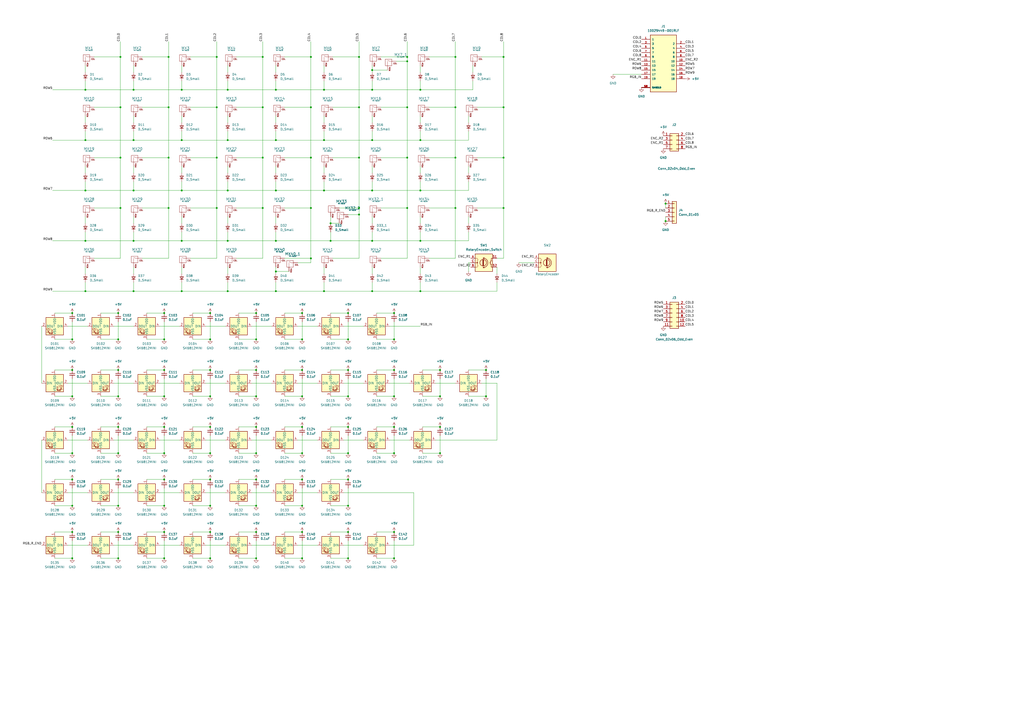
<source format=kicad_sch>
(kicad_sch (version 20211123) (generator eeschema)
  (paper "A2")
  (junction (at 236.22 62.23))
  (junction (at 121.92 293.37))
  (junction (at 228.6 308.61))
  (junction (at 175.26 293.37))
  (junction (at 132.08 110.49))
  (junction (at 95.25 196.85))
  (junction (at 132.08 81.28))
  (junction (at 77.47 110.49))
  (junction (at 180.34 33.02))
  (junction (at 41.91 196.85))
  (junction (at 281.94 229.87))
  (junction (at 228.6 214.63))
  (junction (at 187.96 168.91))
  (junction (at 243.84 81.28))
  (junction (at 292.1 33.02))
  (junction (at 292.1 62.23))
  (junction (at 41.91 181.61))
  (junction (at 95.25 278.13))
  (junction (at 105.41 52.07))
  (junction (at 228.6 181.61))
  (junction (at 95.25 214.63))
  (junction (at 77.47 139.7))
  (junction (at 264.16 33.02))
  (junction (at 228.6 229.87))
  (junction (at 68.58 323.85))
  (junction (at 121.92 247.65))
  (junction (at 68.58 278.13))
  (junction (at 69.85 91.44))
  (junction (at 215.9 52.07))
  (junction (at 264.16 62.23))
  (junction (at 148.59 196.85))
  (junction (at 201.93 278.13))
  (junction (at 148.59 278.13))
  (junction (at 180.34 62.23))
  (junction (at 41.91 229.87))
  (junction (at 68.58 214.63))
  (junction (at 152.4 120.65))
  (junction (at 95.25 247.65))
  (junction (at 125.73 33.02))
  (junction (at 41.91 293.37))
  (junction (at 243.84 168.91))
  (junction (at 228.6 323.85))
  (junction (at 215.9 110.49))
  (junction (at 236.22 35.56))
  (junction (at 175.26 308.61))
  (junction (at 105.41 139.7))
  (junction (at 95.25 323.85))
  (junction (at 41.91 323.85))
  (junction (at 69.85 62.23))
  (junction (at 95.25 181.61))
  (junction (at 264.16 120.65))
  (junction (at 228.6 247.65))
  (junction (at 121.92 308.61))
  (junction (at 41.91 308.61))
  (junction (at 175.26 247.65))
  (junction (at 148.59 229.87))
  (junction (at 228.6 196.85))
  (junction (at 95.25 293.37))
  (junction (at 105.41 110.49))
  (junction (at 208.28 124.46))
  (junction (at 49.53 81.28))
  (junction (at 201.93 308.61))
  (junction (at 68.58 196.85))
  (junction (at 175.26 229.87))
  (junction (at 180.34 91.44))
  (junction (at 95.25 262.89))
  (junction (at 243.84 52.07))
  (junction (at 175.26 214.63))
  (junction (at 95.25 308.61))
  (junction (at 175.26 323.85))
  (junction (at 95.25 229.87))
  (junction (at 201.93 323.85))
  (junction (at 121.92 229.87))
  (junction (at 68.58 247.65))
  (junction (at 236.22 120.65))
  (junction (at 236.22 33.02))
  (junction (at 68.58 262.89))
  (junction (at 208.28 62.23))
  (junction (at 255.27 214.63))
  (junction (at 160.02 157.48))
  (junction (at 215.9 168.91))
  (junction (at 41.91 247.65))
  (junction (at 121.92 181.61))
  (junction (at 97.79 91.44))
  (junction (at 180.34 149.86))
  (junction (at 77.47 168.91))
  (junction (at 160.02 52.07))
  (junction (at 69.85 33.02))
  (junction (at 132.08 139.7))
  (junction (at 201.93 196.85))
  (junction (at 132.08 168.91))
  (junction (at 148.59 214.63))
  (junction (at 121.92 323.85))
  (junction (at 69.85 120.65))
  (junction (at 152.4 62.23))
  (junction (at 125.73 120.65))
  (junction (at 175.26 196.85))
  (junction (at 105.41 81.28))
  (junction (at 187.96 110.49))
  (junction (at 160.02 168.91))
  (junction (at 208.28 33.02))
  (junction (at 264.16 91.44))
  (junction (at 386.08 118.11))
  (junction (at 97.79 33.02))
  (junction (at 255.27 229.87))
  (junction (at 148.59 323.85))
  (junction (at 201.93 229.87))
  (junction (at 152.4 33.02))
  (junction (at 148.59 262.89))
  (junction (at 105.41 168.91))
  (junction (at 215.9 139.7))
  (junction (at 160.02 139.7))
  (junction (at 201.93 214.63))
  (junction (at 215.9 40.64))
  (junction (at 236.22 91.44))
  (junction (at 148.59 293.37))
  (junction (at 386.08 128.27))
  (junction (at 49.53 139.7))
  (junction (at 77.47 81.28))
  (junction (at 201.93 247.65))
  (junction (at 49.53 52.07))
  (junction (at 175.26 262.89))
  (junction (at 148.59 181.61))
  (junction (at 41.91 262.89))
  (junction (at 77.47 52.07))
  (junction (at 201.93 293.37))
  (junction (at 160.02 110.49))
  (junction (at 68.58 293.37))
  (junction (at 175.26 181.61))
  (junction (at 41.91 278.13))
  (junction (at 191.77 129.54))
  (junction (at 97.79 120.65))
  (junction (at 148.59 308.61))
  (junction (at 201.93 262.89))
  (junction (at 292.1 91.44))
  (junction (at 187.96 81.28))
  (junction (at 255.27 247.65))
  (junction (at 292.1 120.65))
  (junction (at 68.58 181.61))
  (junction (at 49.53 168.91))
  (junction (at 201.93 181.61))
  (junction (at 121.92 214.63))
  (junction (at 68.58 308.61))
  (junction (at 121.92 278.13))
  (junction (at 243.84 139.7))
  (junction (at 187.96 52.07))
  (junction (at 208.28 91.44))
  (junction (at 180.34 120.65))
  (junction (at 215.9 81.28))
  (junction (at 175.26 278.13))
  (junction (at 191.77 139.7))
  (junction (at 97.79 62.23))
  (junction (at 68.58 229.87))
  (junction (at 243.84 110.49))
  (junction (at 49.53 110.49))
  (junction (at 208.28 120.65))
  (junction (at 125.73 62.23))
  (junction (at 132.08 52.07))
  (junction (at 152.4 91.44))
  (junction (at 121.92 262.89))
  (junction (at 160.02 81.28))
  (junction (at 228.6 262.89))
  (junction (at 255.27 262.89))
  (junction (at 125.73 91.44))
  (junction (at 41.91 214.63))
  (junction (at 281.94 214.63))
  (junction (at 148.59 247.65))
  (junction (at 121.92 196.85))
  (wire (pts (xy 41.91 229.87) (xy 31.75 229.87)))
  (wire (pts (xy 288.29 154.94) (xy 288.29 158.75)))
  (wire (pts (xy 191.77 278.13) (xy 201.93 278.13)))
  (wire (pts (xy 105.41 125.73) (xy 105.41 129.54)))
  (wire (pts (xy 111.76 278.13) (xy 121.92 278.13)))
  (wire (pts (xy 243.84 189.23) (xy 226.06 189.23)))
  (wire (pts (xy 187.96 154.94) (xy 187.96 158.75)))
  (wire (pts (xy 49.53 139.7) (xy 30.48 139.7)))
  (wire (pts (xy 68.58 196.85) (xy 58.42 196.85)))
  (wire (pts (xy 95.25 262.89) (xy 85.09 262.89)))
  (wire (pts (xy 121.92 323.85) (xy 111.76 323.85)))
  (wire (pts (xy 92.71 255.27) (xy 104.14 255.27)))
  (wire (pts (xy 199.39 255.27) (xy 210.82 255.27)))
  (wire (pts (xy 121.92 293.37) (xy 111.76 293.37)))
  (wire (pts (xy 95.25 219.71) (xy 95.25 229.87)))
  (wire (pts (xy 77.47 38.1) (xy 77.47 41.91)))
  (wire (pts (xy 208.28 91.44) (xy 208.28 62.23)))
  (wire (pts (xy 228.6 313.69) (xy 228.6 323.85)))
  (wire (pts (xy 180.34 62.23) (xy 180.34 33.02)))
  (wire (pts (xy 95.25 252.73) (xy 95.25 262.89)))
  (wire (pts (xy 138.43 308.61) (xy 148.59 308.61)))
  (wire (pts (xy 31.75 181.61) (xy 41.91 181.61)))
  (wire (pts (xy 175.26 196.85) (xy 165.1 196.85)))
  (wire (pts (xy 160.02 163.83) (xy 160.02 168.91)))
  (wire (pts (xy 252.73 222.25) (xy 264.16 222.25)))
  (wire (pts (xy 110.49 62.23) (xy 125.73 62.23)))
  (wire (pts (xy 54.61 120.65) (xy 69.85 120.65)))
  (wire (pts (xy 92.71 285.75) (xy 104.14 285.75)))
  (wire (pts (xy 77.47 46.99) (xy 77.47 52.07)))
  (wire (pts (xy 175.26 323.85) (xy 165.1 323.85)))
  (wire (pts (xy 199.39 222.25) (xy 210.82 222.25)))
  (wire (pts (xy 125.73 149.86) (xy 125.73 120.65)))
  (wire (pts (xy 58.42 278.13) (xy 68.58 278.13)))
  (wire (pts (xy 105.41 154.94) (xy 105.41 158.75)))
  (wire (pts (xy 160.02 76.2) (xy 160.02 81.28)))
  (wire (pts (xy 119.38 285.75) (xy 130.81 285.75)))
  (wire (pts (xy 271.78 152.4) (xy 273.05 152.4)))
  (wire (pts (xy 132.08 134.62) (xy 132.08 139.7)))
  (wire (pts (xy 228.6 262.89) (xy 218.44 262.89)))
  (wire (pts (xy 69.85 149.86) (xy 69.85 120.65)))
  (wire (pts (xy 243.84 38.1) (xy 243.84 41.91)))
  (wire (pts (xy 243.84 52.07) (xy 274.32 52.07)))
  (wire (pts (xy 148.59 196.85) (xy 138.43 196.85)))
  (wire (pts (xy 125.73 91.44) (xy 125.73 62.23)))
  (wire (pts (xy 215.9 76.2) (xy 215.9 81.28)))
  (wire (pts (xy 148.59 283.21) (xy 148.59 293.37)))
  (wire (pts (xy 137.16 120.65) (xy 152.4 120.65)))
  (wire (pts (xy 187.96 163.83) (xy 187.96 168.91)))
  (wire (pts (xy 215.9 134.62) (xy 215.9 139.7)))
  (wire (pts (xy 110.49 120.65) (xy 125.73 120.65)))
  (wire (pts (xy 175.26 219.71) (xy 175.26 229.87)))
  (wire (pts (xy 69.85 33.02) (xy 69.85 24.13)))
  (wire (pts (xy 82.55 91.44) (xy 97.79 91.44)))
  (wire (pts (xy 208.28 124.46) (xy 208.28 149.86)))
  (wire (pts (xy 77.47 168.91) (xy 105.41 168.91)))
  (wire (pts (xy 279.4 33.02) (xy 292.1 33.02)))
  (wire (pts (xy 39.37 222.25) (xy 50.8 222.25)))
  (wire (pts (xy 31.75 278.13) (xy 41.91 278.13)))
  (wire (pts (xy 105.41 38.1) (xy 105.41 41.91)))
  (wire (pts (xy 95.25 229.87) (xy 85.09 229.87)))
  (wire (pts (xy 215.9 96.52) (xy 215.9 100.33)))
  (wire (pts (xy 132.08 168.91) (xy 160.02 168.91)))
  (wire (pts (xy 138.43 278.13) (xy 148.59 278.13)))
  (wire (pts (xy 191.77 247.65) (xy 201.93 247.65)))
  (wire (pts (xy 132.08 81.28) (xy 160.02 81.28)))
  (wire (pts (xy 196.85 120.65) (xy 208.28 120.65)))
  (wire (pts (xy 255.27 252.73) (xy 255.27 262.89)))
  (wire (pts (xy 77.47 105.41) (xy 77.47 110.49)))
  (wire (pts (xy 187.96 168.91) (xy 160.02 168.91)))
  (wire (pts (xy 105.41 76.2) (xy 105.41 81.28)))
  (wire (pts (xy 138.43 214.63) (xy 148.59 214.63)))
  (wire (pts (xy 279.4 222.25) (xy 288.29 222.25)))
  (wire (pts (xy 69.85 62.23) (xy 69.85 33.02)))
  (wire (pts (xy 121.92 262.89) (xy 111.76 262.89)))
  (wire (pts (xy 243.84 168.91) (xy 215.9 168.91)))
  (wire (pts (xy 146.05 222.25) (xy 157.48 222.25)))
  (wire (pts (xy 77.47 110.49) (xy 49.53 110.49)))
  (wire (pts (xy 82.55 33.02) (xy 97.79 33.02)))
  (wire (pts (xy 132.08 81.28) (xy 105.41 81.28)))
  (wire (pts (xy 119.38 255.27) (xy 130.81 255.27)))
  (wire (pts (xy 77.47 96.52) (xy 77.47 100.33)))
  (wire (pts (xy 201.93 313.69) (xy 201.93 323.85)))
  (wire (pts (xy 255.27 262.89) (xy 245.11 262.89)))
  (wire (pts (xy 218.44 181.61) (xy 228.6 181.61)))
  (wire (pts (xy 41.91 262.89) (xy 31.75 262.89)))
  (wire (pts (xy 292.1 24.13) (xy 292.1 33.02)))
  (wire (pts (xy 77.47 139.7) (xy 49.53 139.7)))
  (wire (pts (xy 111.76 181.61) (xy 121.92 181.61)))
  (wire (pts (xy 243.84 52.07) (xy 215.9 52.07)))
  (wire (pts (xy 271.78 81.28) (xy 243.84 81.28)))
  (wire (pts (xy 172.72 285.75) (xy 184.15 285.75)))
  (wire (pts (xy 132.08 168.91) (xy 105.41 168.91)))
  (wire (pts (xy 271.78 110.49) (xy 243.84 110.49)))
  (wire (pts (xy 180.34 149.86) (xy 180.34 120.65)))
  (wire (pts (xy 281.94 219.71) (xy 281.94 229.87)))
  (wire (pts (xy 68.58 323.85) (xy 58.42 323.85)))
  (wire (pts (xy 121.92 196.85) (xy 111.76 196.85)))
  (wire (pts (xy 54.61 33.02) (xy 69.85 33.02)))
  (wire (pts (xy 243.84 67.31) (xy 243.84 71.12)))
  (wire (pts (xy 137.16 149.86) (xy 152.4 149.86)))
  (wire (pts (xy 41.91 219.71) (xy 41.91 229.87)))
  (wire (pts (xy 208.28 33.02) (xy 208.28 24.13)))
  (wire (pts (xy 191.77 214.63) (xy 201.93 214.63)))
  (wire (pts (xy 271.78 105.41) (xy 271.78 110.49)))
  (wire (pts (xy 85.09 247.65) (xy 95.25 247.65)))
  (wire (pts (xy 92.71 222.25) (xy 104.14 222.25)))
  (wire (pts (xy 82.55 62.23) (xy 97.79 62.23)))
  (wire (pts (xy 201.93 283.21) (xy 201.93 293.37)))
  (wire (pts (xy 386.08 125.73) (xy 386.08 128.27)))
  (wire (pts (xy 85.09 214.63) (xy 95.25 214.63)))
  (wire (pts (xy 220.98 149.86) (xy 236.22 149.86)))
  (wire (pts (xy 201.93 293.37) (xy 191.77 293.37)))
  (wire (pts (xy 152.4 33.02) (xy 152.4 24.13)))
  (wire (pts (xy 105.41 105.41) (xy 105.41 110.49)))
  (wire (pts (xy 165.1 181.61) (xy 175.26 181.61)))
  (wire (pts (xy 85.09 181.61) (xy 95.25 181.61)))
  (wire (pts (xy 165.1 247.65) (xy 175.26 247.65)))
  (wire (pts (xy 105.41 139.7) (xy 77.47 139.7)))
  (wire (pts (xy 160.02 157.48) (xy 167.64 157.48)))
  (wire (pts (xy 54.61 62.23) (xy 69.85 62.23)))
  (wire (pts (xy 292.1 120.65) (xy 292.1 91.44)))
  (wire (pts (xy 97.79 149.86) (xy 97.79 120.65)))
  (wire (pts (xy 228.6 219.71) (xy 228.6 229.87)))
  (wire (pts (xy 125.73 62.23) (xy 125.73 33.02)))
  (wire (pts (xy 160.02 139.7) (xy 191.77 139.7)))
  (wire (pts (xy 125.73 120.65) (xy 125.73 91.44)))
  (wire (pts (xy 264.16 33.02) (xy 264.16 24.13)))
  (wire (pts (xy 49.53 168.91) (xy 30.48 168.91)))
  (wire (pts (xy 243.84 110.49) (xy 215.9 110.49)))
  (wire (pts (xy 193.04 33.02) (xy 208.28 33.02)))
  (wire (pts (xy 180.34 33.02) (xy 180.34 24.13)))
  (wire (pts (xy 193.04 149.86) (xy 208.28 149.86)))
  (wire (pts (xy 271.78 76.2) (xy 271.78 81.28)))
  (wire (pts (xy 300.99 152.4) (xy 309.88 152.4)))
  (wire (pts (xy 152.4 91.44) (xy 152.4 62.23)))
  (wire (pts (xy 39.37 255.27) (xy 50.8 255.27)))
  (wire (pts (xy 215.9 40.64) (xy 224.79 40.64)))
  (wire (pts (xy 132.08 96.52) (xy 132.08 100.33)))
  (wire (pts (xy 119.38 189.23) (xy 130.81 189.23)))
  (wire (pts (xy 228.6 323.85) (xy 218.44 323.85)))
  (wire (pts (xy 132.08 139.7) (xy 160.02 139.7)))
  (wire (pts (xy 41.91 252.73) (xy 41.91 262.89)))
  (wire (pts (xy 97.79 33.02) (xy 97.79 24.13)))
  (wire (pts (xy 41.91 313.69) (xy 41.91 323.85)))
  (wire (pts (xy 148.59 229.87) (xy 138.43 229.87)))
  (wire (pts (xy 58.42 214.63) (xy 68.58 214.63)))
  (wire (pts (xy 152.4 149.86) (xy 152.4 120.65)))
  (wire (pts (xy 172.72 316.23) (xy 184.15 316.23)))
  (wire (pts (xy 68.58 219.71) (xy 68.58 229.87)))
  (wire (pts (xy 276.86 120.65) (xy 292.1 120.65)))
  (wire (pts (xy 105.41 134.62) (xy 105.41 139.7)))
  (wire (pts (xy 228.6 186.69) (xy 228.6 196.85)))
  (wire (pts (xy 243.84 154.94) (xy 243.84 158.75)))
  (wire (pts (xy 41.91 293.37) (xy 31.75 293.37)))
  (wire (pts (xy 160.02 96.52) (xy 160.02 100.33)))
  (wire (pts (xy 271.78 125.73) (xy 271.78 129.54)))
  (wire (pts (xy 243.84 81.28) (xy 215.9 81.28)))
  (wire (pts (xy 201.93 323.85) (xy 191.77 323.85)))
  (wire (pts (xy 229.87 35.56) (xy 236.22 35.56)))
  (wire (pts (xy 68.58 262.89) (xy 58.42 262.89)))
  (wire (pts (xy 255.27 219.71) (xy 255.27 229.87)))
  (wire (pts (xy 215.9 67.31) (xy 215.9 71.12)))
  (wire (pts (xy 58.42 181.61) (xy 68.58 181.61)))
  (wire (pts (xy 152.4 120.65) (xy 152.4 91.44)))
  (wire (pts (xy 137.16 62.23) (xy 152.4 62.23)))
  (wire (pts (xy 276.86 62.23) (xy 292.1 62.23)))
  (wire (pts (xy 66.04 222.25) (xy 77.47 222.25)))
  (wire (pts (xy 236.22 33.02) (xy 236.22 24.13)))
  (wire (pts (xy 160.02 134.62) (xy 160.02 139.7)))
  (wire (pts (xy 132.08 105.41) (xy 132.08 110.49)))
  (wire (pts (xy 271.78 134.62) (xy 271.78 139.7)))
  (wire (pts (xy 110.49 149.86) (xy 125.73 149.86)))
  (wire (pts (xy 132.08 154.94) (xy 132.08 158.75)))
  (wire (pts (xy 292.1 91.44) (xy 292.1 62.23)))
  (wire (pts (xy 236.22 91.44) (xy 236.22 62.23)))
  (wire (pts (xy 288.29 222.25) (xy 288.29 255.27)))
  (wire (pts (xy 68.58 283.21) (xy 68.58 293.37)))
  (wire (pts (xy 41.91 196.85) (xy 31.75 196.85)))
  (wire (pts (xy 215.9 110.49) (xy 187.96 110.49)))
  (wire (pts (xy 58.42 308.61) (xy 68.58 308.61)))
  (wire (pts (xy 165.1 214.63) (xy 175.26 214.63)))
  (wire (pts (xy 193.04 62.23) (xy 208.28 62.23)))
  (wire (pts (xy 248.92 33.02) (xy 264.16 33.02)))
  (wire (pts (xy 187.96 76.2) (xy 187.96 81.28)))
  (wire (pts (xy 172.72 189.23) (xy 184.15 189.23)))
  (wire (pts (xy 121.92 283.21) (xy 121.92 293.37)))
  (wire (pts (xy 68.58 313.69) (xy 68.58 323.85)))
  (wire (pts (xy 218.44 247.65) (xy 228.6 247.65)))
  (wire (pts (xy 121.92 313.69) (xy 121.92 323.85)))
  (wire (pts (xy 165.1 149.86) (xy 180.34 149.86)))
  (wire (pts (xy 199.39 189.23) (xy 210.82 189.23)))
  (wire (pts (xy 110.49 91.44) (xy 125.73 91.44)))
  (wire (pts (xy 248.92 149.86) (xy 264.16 149.86)))
  (wire (pts (xy 199.39 316.23) (xy 210.82 316.23)))
  (wire (pts (xy 274.32 38.1) (xy 274.32 41.91)))
  (wire (pts (xy 240.03 316.23) (xy 226.06 316.23)))
  (wire (pts (xy 215.9 105.41) (xy 215.9 110.49)))
  (wire (pts (xy 146.05 189.23) (xy 157.48 189.23)))
  (wire (pts (xy 165.1 91.44) (xy 180.34 91.44)))
  (wire (pts (xy 292.1 120.65) (xy 292.1 149.86)))
  (wire (pts (xy 160.02 154.94) (xy 160.02 157.48)))
  (wire (pts (xy 172.72 222.25) (xy 184.15 222.25)))
  (wire (pts (xy 41.91 323.85) (xy 31.75 323.85)))
  (wire (pts (xy 215.9 154.94) (xy 215.9 158.75)))
  (wire (pts (xy 201.93 219.71) (xy 201.93 229.87)))
  (wire (pts (xy 119.38 316.23) (xy 130.81 316.23)))
  (wire (pts (xy 31.75 308.61) (xy 41.91 308.61)))
  (wire (pts (xy 82.55 120.65) (xy 97.79 120.65)))
  (wire (pts (xy 228.6 252.73) (xy 228.6 262.89)))
  (wire (pts (xy 243.84 163.83) (xy 243.84 168.91)))
  (wire (pts (xy 215.9 46.99) (xy 215.9 52.07)))
  (wire (pts (xy 165.1 278.13) (xy 175.26 278.13)))
  (wire (pts (xy 138.43 247.65) (xy 148.59 247.65)))
  (wire (pts (xy 215.9 81.28) (xy 187.96 81.28)))
  (wire (pts (xy 271.78 139.7) (xy 243.84 139.7)))
  (wire (pts (xy 281.94 229.87) (xy 271.78 229.87)))
  (wire (pts (xy 92.71 189.23) (xy 104.14 189.23)))
  (wire (pts (xy 41.91 283.21) (xy 41.91 293.37)))
  (wire (pts (xy 228.6 229.87) (xy 218.44 229.87)))
  (wire (pts (xy 248.92 91.44) (xy 264.16 91.44)))
  (wire (pts (xy 245.11 214.63) (xy 255.27 214.63)))
  (wire (pts (xy 77.47 76.2) (xy 77.47 81.28)))
  (wire (pts (xy 255.27 229.87) (xy 245.11 229.87)))
  (wire (pts (xy 175.26 262.89) (xy 165.1 262.89)))
  (wire (pts (xy 31.75 214.63) (xy 41.91 214.63)))
  (wire (pts (xy 191.77 134.62) (xy 191.77 139.7)))
  (wire (pts (xy 243.84 134.62) (xy 243.84 139.7)))
  (wire (pts (xy 243.84 125.73) (xy 243.84 129.54)))
  (wire (pts (xy 264.16 120.65) (xy 264.16 91.44)))
  (wire (pts (xy 85.09 308.61) (xy 95.25 308.61)))
  (wire (pts (xy 77.47 52.07) (xy 49.53 52.07)))
  (wire (pts (xy 77.47 67.31) (xy 77.47 71.12)))
  (wire (pts (xy 121.92 219.71) (xy 121.92 229.87)))
  (wire (pts (xy 288.29 168.91) (xy 288.29 163.83)))
  (wire (pts (xy 119.38 222.25) (xy 130.81 222.25)))
  (wire (pts (xy 49.53 168.91) (xy 77.47 168.91)))
  (wire (pts (xy 97.79 62.23) (xy 97.79 33.02)))
  (wire (pts (xy 148.59 219.71) (xy 148.59 229.87)))
  (wire (pts (xy 54.61 91.44) (xy 69.85 91.44)))
  (wire (pts (xy 146.05 285.75) (xy 157.48 285.75)))
  (wire (pts (xy 243.84 46.99) (xy 243.84 52.07)))
  (wire (pts (xy 49.53 125.73) (xy 49.53 129.54)))
  (wire (pts (xy 39.37 189.23) (xy 50.8 189.23)))
  (wire (pts (xy 215.9 40.64) (xy 215.9 41.91)))
  (wire (pts (xy 165.1 33.02) (xy 180.34 33.02)))
  (wire (pts (xy 160.02 67.31) (xy 160.02 71.12)))
  (wire (pts (xy 68.58 252.73) (xy 68.58 262.89)))
  (wire (pts (xy 146.05 316.23) (xy 157.48 316.23)))
  (wire (pts (xy 264.16 62.23) (xy 264.16 33.02)))
  (wire (pts (xy 264.16 91.44) (xy 264.16 62.23)))
  (wire (pts (xy 110.49 33.02) (xy 125.73 33.02)))
  (wire (pts (xy 77.47 154.94) (xy 77.47 158.75)))
  (wire (pts (xy 97.79 91.44) (xy 97.79 62.23)))
  (wire (pts (xy 292.1 62.23) (xy 292.1 33.02)))
  (wire (pts (xy 132.08 163.83) (xy 132.08 168.91)))
  (wire (pts (xy 172.72 152.4) (xy 180.34 152.4)))
  (wire (pts (xy 68.58 293.37) (xy 58.42 293.37)))
  (wire (pts (xy 132.08 110.49) (xy 160.02 110.49)))
  (wire (pts (xy 187.96 52.07) (xy 160.02 52.07)))
  (wire (pts (xy 95.25 186.69) (xy 95.25 196.85)))
  (wire (pts (xy 220.98 62.23) (xy 236.22 62.23)))
  (wire (pts (xy 220.98 120.65) (xy 236.22 120.65)))
  (wire (pts (xy 236.22 62.23) (xy 236.22 35.56)))
  (wire (pts (xy 138.43 181.61) (xy 148.59 181.61)))
  (wire (pts (xy 146.05 255.27) (xy 157.48 255.27)))
  (wire (pts (xy 95.25 293.37) (xy 85.09 293.37)))
  (wire (pts (xy 191.77 308.61) (xy 201.93 308.61)))
  (wire (pts (xy 31.75 247.65) (xy 41.91 247.65)))
  (wire (pts (xy 148.59 262.89) (xy 138.43 262.89)))
  (wire (pts (xy 95.25 323.85) (xy 85.09 323.85)))
  (wire (pts (xy 215.9 52.07) (xy 187.96 52.07)))
  (wire (pts (xy 180.34 120.65) (xy 180.34 91.44)))
  (wire (pts (xy 271.78 96.52) (xy 271.78 100.33)))
  (wire (pts (xy 243.84 168.91) (xy 288.29 168.91)))
  (wire (pts (xy 77.47 163.83) (xy 77.47 168.91)))
  (wire (pts (xy 160.02 125.73) (xy 160.02 129.54)))
  (wire (pts (xy 160.02 105.41) (xy 160.02 110.49)))
  (wire (pts (xy 243.84 139.7) (xy 215.9 139.7)))
  (wire (pts (xy 77.47 134.62) (xy 77.47 139.7)))
  (wire (pts (xy 175.26 293.37) (xy 165.1 293.37)))
  (wire (pts (xy 187.96 67.31) (xy 187.96 71.12)))
  (wire (pts (xy 97.79 120.65) (xy 97.79 91.44)))
  (wire (pts (xy 105.41 163.83) (xy 105.41 168.91)))
  (wire (pts (xy 201.93 196.85) (xy 191.77 196.85)))
  (wire (pts (xy 137.16 33.02) (xy 152.4 33.02)))
  (wire (pts (xy 132.08 76.2) (xy 132.08 81.28)))
  (wire (pts (xy 49.53 110.49) (xy 30.48 110.49)))
  (wire (pts (xy 24.13 255.27) (xy 24.13 285.75)))
  (wire (pts (xy 49.53 96.52) (xy 49.53 100.33)))
  (wire (pts (xy 355.6 43.18) (xy 372.11 43.18)))
  (wire (pts (xy 248.92 62.23) (xy 264.16 62.23)))
  (wire (pts (xy 271.78 157.48) (xy 271.78 152.4)))
  (wire (pts (xy 49.53 52.07) (xy 30.48 52.07)))
  (wire (pts (xy 191.77 129.54) (xy 196.85 129.54)))
  (wire (pts (xy 191.77 181.61) (xy 201.93 181.61)))
  (wire (pts (xy 218.44 308.61) (xy 228.6 308.61)))
  (wire (pts (xy 69.85 91.44) (xy 69.85 62.23)))
  (wire (pts (xy 276.86 91.44) (xy 292.1 91.44)))
  (wire (pts (xy 105.41 81.28) (xy 77.47 81.28)))
  (wire (pts (xy 236.22 35.56) (xy 236.22 33.02)))
  (wire (pts (xy 187.96 110.49) (xy 160.02 110.49)))
  (wire (pts (xy 77.47 125.73) (xy 77.47 129.54)))
  (wire (pts (xy 66.04 255.27) (xy 77.47 255.27)))
  (wire (pts (xy 132.08 38.1) (xy 132.08 41.91)))
  (wire (pts (xy 132.08 125.73) (xy 132.08 129.54)))
  (wire (pts (xy 175.26 229.87) (xy 165.1 229.87)))
  (wire (pts (xy 148.59 323.85) (xy 138.43 323.85)))
  (wire (pts (xy 245.11 247.65) (xy 255.27 247.65)))
  (wire (pts (xy 180.34 91.44) (xy 180.34 62.23)))
  (wire (pts (xy 54.61 149.86) (xy 69.85 149.86)))
  (wire (pts (xy 220.98 91.44) (xy 236.22 91.44)))
  (wire (pts (xy 187.96 81.28) (xy 160.02 81.28)))
  (wire (pts (xy 92.71 316.23) (xy 104.14 316.23)))
  (wire (pts (xy 228.6 196.85) (xy 218.44 196.85)))
  (wire (pts (xy 95.25 313.69) (xy 95.25 323.85)))
  (wire (pts (xy 148.59 252.73) (xy 148.59 262.89)))
  (wire (pts (xy 208.28 62.23) (xy 208.28 33.02)))
  (wire (pts (xy 66.04 285.75) (xy 77.47 285.75)))
  (wire (pts (xy 66.04 316.23) (xy 77.47 316.23)))
  (wire (pts (xy 39.37 285.75) (xy 50.8 285.75)))
  (wire (pts (xy 201.93 186.69) (xy 201.93 196.85)))
  (wire (pts (xy 105.41 46.99) (xy 105.41 52.07)))
  (wire (pts (xy 193.04 91.44) (xy 208.28 91.44)))
  (wire (pts (xy 288.29 255.27) (xy 252.73 255.27)))
  (wire (pts (xy 271.78 214.63) (xy 281.94 214.63)))
  (wire (pts (xy 105.41 67.31) (xy 105.41 71.12)))
  (wire (pts (xy 215.9 125.73) (xy 215.9 129.54)))
  (wire (pts (xy 191.77 139.7) (xy 215.9 139.7)))
  (wire (pts (xy 77.47 81.28) (xy 49.53 81.28)))
  (wire (pts (xy 160.02 157.48) (xy 160.02 158.75)))
  (wire (pts (xy 85.09 278.13) (xy 95.25 278.13)))
  (wire (pts (xy 148.59 186.69) (xy 148.59 196.85)))
  (wire (pts (xy 201.93 229.87) (xy 191.77 229.87)))
  (wire (pts (xy 218.44 214.63) (xy 228.6 214.63)))
  (wire (pts (xy 49.53 76.2) (xy 49.53 81.28)))
  (wire (pts (xy 274.32 46.99) (xy 274.32 52.07)))
  (wire (pts (xy 243.84 76.2) (xy 243.84 81.28)))
  (wire (pts (xy 105.41 96.52) (xy 105.41 100.33)))
  (wire (pts (xy 208.28 91.44) (xy 208.28 120.65)))
  (wire (pts (xy 121.92 229.87) (xy 111.76 229.87)))
  (wire (pts (xy 41.91 186.69) (xy 41.91 196.85)))
  (wire (pts (xy 288.29 149.86) (xy 292.1 149.86)))
  (wire (pts (xy 236.22 120.65) (xy 236.22 91.44)))
  (wire (pts (xy 175.26 283.21) (xy 175.26 293.37)))
  (wire (pts (xy 264.16 149.86) (xy 264.16 120.65)))
  (wire (pts (xy 49.53 163.83) (xy 49.53 168.91)))
  (wire (pts (xy 160.02 46.99) (xy 160.02 52.07)))
  (wire (pts (xy 226.06 255.27) (xy 237.49 255.27)))
  (wire (pts (xy 148.59 293.37) (xy 138.43 293.37)))
  (wire (pts (xy 68.58 229.87) (xy 58.42 229.87)))
  (wire (pts (xy 243.84 105.41) (xy 243.84 110.49)))
  (wire (pts (xy 49.53 134.62) (xy 49.53 139.7)))
  (wire (pts (xy 165.1 62.23) (xy 180.34 62.23)))
  (wire (pts (xy 191.77 125.73) (xy 191.77 129.54)))
  (wire (pts (xy 69.85 120.65) (xy 69.85 91.44)))
  (wire (pts (xy 111.76 308.61) (xy 121.92 308.61)))
  (wire (pts (xy 132.08 46.99) (xy 132.08 52.07)))
  (wire (pts (xy 215.9 38.1) (xy 215.9 40.64)))
  (wire (pts (xy 201.93 262.89) (xy 191.77 262.89)))
  (wire (pts (xy 240.03 285.75) (xy 240.03 316.23)))
  (wire (pts (xy 49.53 67.31) (xy 49.53 71.12)))
  (wire (pts (xy 82.55 149.86) (xy 97.79 149.86)))
  (wire (pts (xy 187.96 105.41) (xy 187.96 110.49)))
  (wire (pts (xy 199.39 285.75) (xy 240.03 285.75)))
  (wire (pts (xy 132.08 67.31) (xy 132.08 71.12)))
  (wire (pts (xy 386.08 118.11) (xy 386.08 120.65)))
  (wire (pts (xy 39.37 316.23) (xy 50.8 316.23)))
  (wire (pts (xy 215.9 168.91) (xy 187.96 168.91)))
  (wire (pts (xy 180.34 152.4) (xy 180.34 149.86)))
  (wire (pts (xy 165.1 120.65) (xy 180.34 120.65)))
  (wire (pts (xy 175.26 186.69) (xy 175.26 196.85)))
  (wire (pts (xy 125.73 33.02) (xy 125.73 24.13)))
  (wire (pts (xy 95.25 283.21) (xy 95.25 293.37)))
  (wire (pts (xy 49.53 81.28) (xy 30.48 81.28)))
  (wire (pts (xy 58.42 247.65) (xy 68.58 247.65)))
  (wire (pts (xy 49.53 154.94) (xy 49.53 158.75)))
  (wire (pts (xy 105.41 52.07) (xy 77.47 52.07)))
  (wire (pts (xy 24.13 189.23) (xy 24.13 222.25)))
  (wire (pts (xy 172.72 255.27) (xy 184.15 255.27)))
  (wire (pts (xy 49.53 105.41) (xy 49.53 110.49)))
  (wire (pts (xy 49.53 38.1) (xy 49.53 41.91)))
  (wire (pts (xy 220.98 33.02) (xy 236.22 33.02)))
  (wire (pts (xy 121.92 252.73) (xy 121.92 262.89)))
  (wire (pts (xy 175.26 313.69) (xy 175.26 323.85)))
  (wire (pts (xy 152.4 62.23) (xy 152.4 33.02)))
  (wire (pts (xy 215.9 163.83) (xy 215.9 168.91)))
  (wire (pts (xy 95.25 196.85) (xy 85.09 196.85)))
  (wire (pts (xy 66.04 189.23) (xy 77.47 189.23)))
  (wire (pts (xy 187.96 96.52) (xy 187.96 100.33)))
  (wire (pts (xy 248.92 120.65) (xy 264.16 120.65)))
  (wire (pts (xy 208.28 120.65) (xy 208.28 124.46)))
  (wire (pts (xy 68.58 186.69) (xy 68.58 196.85)))
  (wire (pts (xy 243.84 96.52) (xy 243.84 100.33)))
  (wire (pts (xy 201.93 124.46) (xy 208.28 124.46)))
  (wire (pts (xy 105.41 110.49) (xy 77.47 110.49)))
  (wire (pts (xy 132.08 139.7) (xy 105.41 139.7)))
  (wire (pts (xy 160.02 38.1) (xy 160.02 41.91)))
  (wire (pts (xy 187.96 46.99) (xy 187.96 52.07)))
  (wire (pts (xy 236.22 149.86) (xy 236.22 120.65)))
  (wire (pts (xy 187.96 38.1) (xy 187.96 41.91)))
  (wire (pts (xy 175.26 252.73) (xy 175.26 262.89)))
  (wire (pts (xy 271.78 67.31) (xy 271.78 71.12)))
  (wire (pts (xy 226.06 222.25) (xy 237.49 222.25)))
  (wire (pts (xy 165.1 308.61) (xy 175.26 308.61)))
  (wire (pts (xy 132.08 52.07) (xy 105.41 52.07)))
  (wire (pts (xy 137.16 91.44) (xy 152.4 91.44)))
  (wire (pts (xy 201.93 252.73) (xy 201.93 262.89)))
  (wire (pts (xy 49.53 46.99) (xy 49.53 52.07)))
  (wire (pts (xy 160.02 52.07) (xy 132.08 52.07)))
  (wire (pts (xy 132.08 110.49) (xy 105.41 110.49)))
  (wire (pts (xy 148.59 313.69) (xy 148.59 323.85)))
  (wire (pts (xy 111.76 247.65) (xy 121.92 247.65)))
  (wire (pts (xy 121.92 186.69) (xy 121.92 196.85)))
  (wire (pts (xy 111.76 214.63) (xy 121.92 214.63)))
  (label "ENC_R1" (at 309.88 149.86 180))
  (label "COL4" (at 180.34 24.13 90))
  (label "RGB_IN" (at 397.51 86.36 0))
  (label "COL3" (at 397.51 184.15 0))
  (label "COL8" (at 372.11 33.02 180))
  (label "ENC_R2" (at 397.51 35.56 0))
  (label "ROW7" (at 384.81 181.61 180))
  (label "ROW8" (at 372.11 40.64 180))
  (label "ROW8" (at 30.48 139.7 180))
  (label "COL2" (at 397.51 181.61 0))
  (label "COL2" (at 125.73 24.13 90))
  (label "RGB_R_END" (at 24.13 316.23 180))
  (label "COL0" (at 372.11 22.86 180))
  (label "COL5" (at 397.51 189.23 0))
  (label "ENC_R1" (at 372.11 35.56 180))
  (label "RGB_IN" (at 243.84 189.23 0))
  (label "COL0" (at 397.51 176.53 0))
  (label "COL1" (at 397.51 25.4 0))
  (label "COL7" (at 397.51 81.28 0))
  (label "ROW9" (at 30.48 168.91 180))
  (label "COL4" (at 372.11 27.94 180))
  (label "ROW5" (at 384.81 176.53 180))
  (label "ROW9" (at 384.81 186.69 180))
  (label "ENC_R1" (at 273.05 149.86 180))
  (label "COL0" (at 69.85 24.13 90))
  (label "COL3" (at 152.4 24.13 90))
  (label "ROW9" (at 397.51 43.18 0))
  (label "ROW7" (at 397.51 40.64 0))
  (label "COL5" (at 397.51 30.48 0))
  (label "COL1" (at 97.79 24.13 90))
  (label "ROW6" (at 384.81 179.07 180))
  (label "ROW7" (at 30.48 110.49 180))
  (label "RGB_IN" (at 372.11 45.72 180))
  (label "ENC_R1" (at 384.81 83.82 180))
  (label "COL4" (at 397.51 186.69 0))
  (label "ROW6" (at 372.11 38.1 180))
  (label "COL6" (at 372.11 30.48 180))
  (label "ROW8" (at 384.81 184.15 180))
  (label "ROW5" (at 397.51 38.1 0))
  (label "ROW5" (at 30.48 52.07 180))
  (label "COL1" (at 397.51 179.07 0))
  (label "COL5" (at 208.28 24.13 90))
  (label "COL2" (at 372.11 25.4 180))
  (label "COL6" (at 397.51 78.74 0))
  (label "ENC_R2" (at 273.05 154.94 180))
  (label "COL7" (at 264.16 24.13 90))
  (label "COL8" (at 292.1 24.13 90))
  (label "COL3" (at 397.51 27.94 0))
  (label "RGB_R_END" (at 386.08 123.19 180))
  (label "ROW6" (at 30.48 81.28 180))
  (label "COL8" (at 397.51 83.82 0))
  (label "COL6" (at 236.22 24.13 90))
  (label "COL7" (at 397.51 33.02 0))
  (label "ENC_R2" (at 309.88 154.94 180))
  (label "ENC_R2" (at 384.81 81.28 180))
  (symbol (lib_id "power:+5V") (at 121.92 278.13 0) (unit 1)
    (property "Reference" "#PWR0159" (effects hide))
    (property "Value" "+5V" (at 121.92 273.05 0))
  )
  (symbol (lib_id "Device:C_Small") (at 121.92 311.15 0) (unit 1)
    (property "Reference" "C138" (at 124.46 309.8862 0) (effects (justify left)))
    (property "Value" "0.1uF" (at 124.46 312.4262 0) (effects (justify left)))
    (property "Footprint" "Capacitor_SMD:C_0805_2012Metric_Pad1.18x1.45mm_HandSolder" (effects hide))
  )
  (symbol (lib_id "power:GND") (at 121.92 293.37 0) (unit 1)
    (property "Reference" "#PWR0173" (effects hide))
    (property "Value" "GND" (at 121.92 298.45 0))
  )
  (symbol (lib_id "MX_Alps_Hybrid:MX-NoLED") (at 217.17 92.71 0) (unit 1)
    (property "Reference" "MX25" (at 218.0556 86.36 0) (effects (font (size 1.524 1.524))))
    (property "Value" "MX-NoLED" (at 218.0556 87.63 0) (effects (font (size 0.508 0.508))))
    (property "Footprint" "MX_Only:MXOnly-2.25U-Hotswap" (effects hide))
  )
  (symbol (lib_id "power:+5V") (at 68.58 214.63 0) (unit 1)
    (property "Reference" "#PWR0110" (effects hide))
    (property "Value" "+5V" (at 68.58 209.55 0))
  )
  (symbol (lib_id "power:GND") (at 300.99 152.4 0) (unit 1)
    (property "Reference" "#PWR09" (effects hide))
    (property "Value" "GND" (at 300.99 157.48 0))
  )
  (symbol (lib_id "MX_Alps_Hybrid:MX-NoLED") (at 226.06 36.83 0) (unit 1)
    (property "Reference" "MX7_1" (at 232.41 31.75 0) (effects (font (size 1.524 1.524))))
    (property "Value" "MX-NoLED" (at 232.41 33.02 0) (effects (font (size 0.508 0.508))))
    (property "Footprint" "MX_Only:MXOnly-2U-Hotswap" (effects hide))
  )
  (symbol (lib_id "Device:C_Small") (at 148.59 280.67 0) (unit 1)
    (property "Reference" "C132" (at 151.13 279.4062 0) (effects (justify left)))
    (property "Value" "0.1uF" (at 151.13 281.9462 0) (effects (justify left)))
    (property "Footprint" "Capacitor_SMD:C_0805_2012Metric_Pad1.18x1.45mm_HandSolder" (effects hide))
  )
  (symbol (lib_id "Device:C_Small") (at 41.91 184.15 0) (unit 1)
    (property "Reference" "C101" (at 44.45 182.8862 0) (effects (justify left)))
    (property "Value" "0.1uF" (at 44.45 185.4262 0) (effects (justify left)))
    (property "Footprint" "Capacitor_SMD:C_0805_2012Metric_Pad1.18x1.45mm_HandSolder" (effects hide))
  )
  (symbol (lib_id "power:GND") (at 228.6 262.89 0) (unit 1)
    (property "Reference" "#PWR0154" (effects hide))
    (property "Value" "GND" (at 228.6 267.97 0))
  )
  (symbol (lib_id "MX_Alps_Hybrid:MX-NoLED") (at 50.8 92.71 0) (unit 1)
    (property "Reference" "MX19" (at 51.6856 86.36 0) (effects (font (size 1.524 1.524))))
    (property "Value" "MX-NoLED" (at 51.6856 87.63 0) (effects (font (size 0.508 0.508))))
    (property "Footprint" "MX_Only:MXOnly-1U-Hotswap" (effects hide))
  )
  (symbol (lib_id "Device:C_Small") (at 228.6 250.19 0) (unit 1)
    (property "Reference" "C126" (at 231.14 248.9262 0) (effects (justify left)))
    (property "Value" "0.1uF" (at 231.14 251.4662 0) (effects (justify left)))
    (property "Footprint" "Capacitor_SMD:C_0805_2012Metric_Pad1.18x1.45mm_HandSolder" (effects hide))
  )
  (symbol (lib_id "LED:WS2812B") (at 165.1 189.23 0) (mirror y) (unit 1)
    (property "Reference" "D106" (at 165.1 199.39 0))
    (property "Value" "SK6812MINI" (at 165.1 201.93 0))
    (property "Footprint" "Keebio-Parts:SK6812-MINI-E" (effects hide))
    (property "Datasheet" "https://cdn-shop.adafruit.com/datasheets/WS2812B.pdf" (effects hide))
  )
  (symbol (lib_id "Device:D_Small") (at 215.9 102.87 90) (unit 1)
    (property "Reference" "D25" (at 218.44 101.5999 90) (effects (justify right)))
    (property "Value" "D_Small" (at 218.44 104.1399 90) (effects (justify right)))
    (property "Footprint" "Diode_SMD:D_SOD-123" (effects hide))
  )
  (symbol (lib_id "Device:C_Small") (at 148.59 184.15 0) (unit 1)
    (property "Reference" "C105" (at 151.13 182.8862 0) (effects (justify left)))
    (property "Value" "0.1uF" (at 151.13 185.4262 0) (effects (justify left)))
    (property "Footprint" "Capacitor_SMD:C_0805_2012Metric_Pad1.18x1.45mm_HandSolder" (effects hide))
  )
  (symbol (lib_id "power:+5V") (at 148.59 181.61 0) (unit 1)
    (property "Reference" "#PWR0105" (effects hide))
    (property "Value" "+5V" (at 148.59 176.53 0))
  )
  (symbol (lib_id "power:GND") (at 281.94 229.87 0) (unit 1)
    (property "Reference" "#PWR0146" (effects hide))
    (property "Value" "GND" (at 281.94 234.95 0))
  )
  (symbol (lib_id "MX_Alps_Hybrid:MX-NoLED") (at 78.74 121.92 0) (unit 1)
    (property "Reference" "MX29" (at 79.6256 115.57 0) (effects (font (size 1.524 1.524))))
    (property "Value" "MX-NoLED" (at 79.6256 116.84 0) (effects (font (size 0.508 0.508))))
    (property "Footprint" "MX_Only:MXOnly-1U-Hotswap" (effects hide))
  )
  (symbol (lib_id "power:+5V") (at 148.59 278.13 0) (unit 1)
    (property "Reference" "#PWR0160" (effects hide))
    (property "Value" "+5V" (at 148.59 273.05 0))
  )
  (symbol (lib_id "MX_Alps_Hybrid:MX-NoLED") (at 245.11 121.92 0) (unit 1)
    (property "Reference" "MX34" (at 245.9956 115.57 0) (effects (font (size 1.524 1.524))))
    (property "Value" "MX-NoLED" (at 245.9956 116.84 0) (effects (font (size 0.508 0.508))))
    (property "Footprint" "MX_Only:MXOnly-1U-Hotswap" (effects hide))
  )
  (symbol (lib_id "Device:D_Small") (at 243.84 132.08 90) (unit 1)
    (property "Reference" "D34" (at 246.38 130.8099 90) (effects (justify right)))
    (property "Value" "D_Small" (at 246.38 133.3499 90) (effects (justify right)))
    (property "Footprint" "Diode_SMD:D_SOD-123" (effects hide))
  )
  (symbol (lib_id "Device:D_Small") (at 187.96 102.87 90) (unit 1)
    (property "Reference" "D24" (at 190.5 101.5999 90) (effects (justify right)))
    (property "Value" "D_Small" (at 190.5 104.1399 90) (effects (justify right)))
    (property "Footprint" "Keebio-Parts:Diode-Hybrid-Back" (effects hide))
  )
  (symbol (lib_id "Device:D_Small") (at 215.9 161.29 90) (unit 1)
    (property "Reference" "D42" (at 218.44 160.0199 90) (effects (justify right)))
    (property "Value" "D_Small" (at 218.44 162.5599 90) (effects (justify right)))
    (property "Footprint" "Diode_SMD:D_SOD-123" (effects hide))
  )
  (symbol (lib_id "Device:C_Small") (at 68.58 250.19 0) (unit 1)
    (property "Reference" "C120" (at 71.12 248.9262 0) (effects (justify left)))
    (property "Value" "0.1uF" (at 71.12 251.4662 0) (effects (justify left)))
    (property "Footprint" "Capacitor_SMD:C_0805_2012Metric_Pad1.18x1.45mm_HandSolder" (effects hide))
  )
  (symbol (lib_id "LED:WS2812B") (at 218.44 316.23 0) (mirror y) (unit 1)
    (property "Reference" "D142" (at 218.44 326.39 0))
    (property "Value" "SK6812MINI" (at 218.44 328.93 0))
    (property "Footprint" "Keebio-Parts:SK6812-MINI-E" (effects hide))
    (property "Datasheet" "https://cdn-shop.adafruit.com/datasheets/WS2812B.pdf" (effects hide))
  )
  (symbol (lib_id "Device:C_Small") (at 281.94 217.17 0) (unit 1)
    (property "Reference" "C118" (at 284.48 215.9062 0) (effects (justify left)))
    (property "Value" "0.1uF" (at 284.48 218.4462 0) (effects (justify left)))
    (property "Footprint" "Capacitor_SMD:C_0805_2012Metric_Pad1.18x1.45mm_HandSolder" (effects hide))
  )
  (symbol (lib_id "power:GND") (at 95.25 323.85 0) (unit 1)
    (property "Reference" "#PWR0179" (effects hide))
    (property "Value" "GND" (at 95.25 328.93 0))
  )
  (symbol (lib_id "power:GND") (at 255.27 262.89 0) (unit 1)
    (property "Reference" "#PWR0155" (effects hide))
    (property "Value" "GND" (at 255.27 267.97 0))
  )
  (symbol (lib_id "Device:D_Small") (at 49.53 102.87 90) (unit 1)
    (property "Reference" "D19" (at 52.07 101.5999 90) (effects (justify right)))
    (property "Value" "D_Small" (at 52.07 104.1399 90) (effects (justify right)))
    (property "Footprint" "Keebio-Parts:Diode-Hybrid-Back" (effects hide))
  )
  (symbol (lib_id "power:GND") (at 175.26 262.89 0) (unit 1)
    (property "Reference" "#PWR0152" (effects hide))
    (property "Value" "GND" (at 175.26 267.97 0))
  )
  (symbol (lib_id "MX_Alps_Hybrid:MX-NoLED") (at 78.74 34.29 0) (unit 1)
    (property "Reference" "MX2" (at 79.6256 27.94 0) (effects (font (size 1.524 1.524))))
    (property "Value" "MX-NoLED" (at 79.6256 29.21 0) (effects (font (size 0.508 0.508))))
    (property "Footprint" "MX_Only:MXOnly-1U-Hotswap" (effects hide))
  )
  (symbol (lib_id "Device:C_Small") (at 95.25 280.67 0) (unit 1)
    (property "Reference" "C130" (at 97.79 279.4062 0) (effects (justify left)))
    (property "Value" "0.1uF" (at 97.79 281.9462 0) (effects (justify left)))
    (property "Footprint" "Capacitor_SMD:C_0805_2012Metric_Pad1.18x1.45mm_HandSolder" (effects hide))
  )
  (symbol (lib_id "Device:C_Small") (at 175.26 217.17 0) (unit 1)
    (property "Reference" "C114" (at 177.8 215.9062 0) (effects (justify left)))
    (property "Value" "0.1uF" (at 177.8 218.4462 0) (effects (justify left)))
    (property "Footprint" "Capacitor_SMD:C_0805_2012Metric_Pad1.18x1.45mm_HandSolder" (effects hide))
  )
  (symbol (lib_id "Device:D_Small") (at 160.02 44.45 90) (unit 1)
    (property "Reference" "D5" (at 162.56 43.1799 90) (effects (justify right)))
    (property "Value" "D_Small" (at 162.56 45.7199 90) (effects (justify right)))
    (property "Footprint" "Keebio-Parts:Diode-Hybrid-Back" (effects hide))
  )
  (symbol (lib_id "Device:C_Small") (at 228.6 184.15 0) (unit 1)
    (property "Reference" "C108" (at 231.14 182.8862 0) (effects (justify left)))
    (property "Value" "0.1uF" (at 231.14 185.4262 0) (effects (justify left)))
    (property "Footprint" "Capacitor_SMD:C_0805_2012Metric_Pad1.18x1.45mm_HandSolder" (effects hide))
  )
  (symbol (lib_id "Device:D_Small") (at 271.78 132.08 90) (unit 1)
    (property "Reference" "D35" (at 274.32 130.8099 90) (effects (justify right)))
    (property "Value" "D_Small" (at 274.32 133.3499 90) (effects (justify right)))
    (property "Footprint" "Diode_SMD:D_SOD-123" (effects hide))
  )
  (symbol (lib_id "power:+5V") (at 201.93 181.61 0) (unit 1)
    (property "Reference" "#PWR0107" (effects hide))
    (property "Value" "+5V" (at 201.93 176.53 0))
  )
  (symbol (lib_id "Device:D_Small") (at 160.02 73.66 90) (unit 1)
    (property "Reference" "D14" (at 162.56 72.3899 90) (effects (justify right)))
    (property "Value" "D_Small" (at 162.56 74.9299 90) (effects (justify right)))
    (property "Footprint" "Keebio-Parts:Diode-Hybrid-Back" (effects hide))
  )
  (symbol (lib_id "power:+5V") (at 68.58 247.65 0) (unit 1)
    (property "Reference" "#PWR0134" (effects hide))
    (property "Value" "+5V" (at 68.58 242.57 0))
  )
  (symbol (lib_id "LED:WS2812B") (at 218.44 189.23 0) (mirror y) (unit 1)
    (property "Reference" "D108" (at 218.44 199.39 0))
    (property "Value" "SK6812MINI" (at 218.44 201.93 0))
    (property "Footprint" "Keebio-Parts:SK6812-MINI-E" (effects hide))
    (property "Datasheet" "https://cdn-shop.adafruit.com/datasheets/WS2812B.pdf" (effects hide))
  )
  (symbol (lib_id "power:GND") (at 384.81 86.36 0) (unit 1)
    (property "Reference" "#PWR0186" (effects hide))
    (property "Value" "GND" (at 384.81 91.44 0))
  )
  (symbol (lib_id "LED:WS2812B") (at 191.77 316.23 0) (mirror y) (unit 1)
    (property "Reference" "D141" (at 191.77 326.39 0))
    (property "Value" "SK6812MINI" (at 191.77 328.93 0))
    (property "Footprint" "Keebio-Parts:SK6812-MINI-E" (effects hide))
    (property "Datasheet" "https://cdn-shop.adafruit.com/datasheets/WS2812B.pdf" (effects hide))
  )
  (symbol (lib_id "LED:WS2812B") (at 58.42 285.75 0) (unit 1)
    (property "Reference" "D129" (at 58.42 295.91 0))
    (property "Value" "SK6812MINI" (at 58.42 298.45 0))
    (property "Footprint" "Keebio-Parts:SK6812-MINI-E" (effects hide))
    (property "Datasheet" "https://cdn-shop.adafruit.com/datasheets/WS2812B.pdf" (effects hide))
  )
  (symbol (lib_id "power:+5V") (at 121.92 247.65 0) (unit 1)
    (property "Reference" "#PWR0136" (effects hide))
    (property "Value" "+5V" (at 121.92 242.57 0))
  )
  (symbol (lib_id "Device:C_Small") (at 95.25 184.15 0) (unit 1)
    (property "Reference" "C103" (at 97.79 182.8862 0) (effects (justify left)))
    (property "Value" "0.1uF" (at 97.79 185.4262 0) (effects (justify left)))
    (property "Footprint" "Capacitor_SMD:C_0805_2012Metric_Pad1.18x1.45mm_HandSolder" (effects hide))
  )
  (symbol (lib_id "Device:C_Small") (at 201.93 250.19 0) (unit 1)
    (property "Reference" "C125" (at 204.47 248.9262 0) (effects (justify left)))
    (property "Value" "0.1uF" (at 204.47 251.4662 0) (effects (justify left)))
    (property "Footprint" "Capacitor_SMD:C_0805_2012Metric_Pad1.18x1.45mm_HandSolder" (effects hide))
  )
  (symbol (lib_id "MX_Alps_Hybrid:MX-NoLED") (at 133.35 63.5 0) (unit 1)
    (property "Reference" "MX13" (at 134.2356 57.15 0) (effects (font (size 1.524 1.524))))
    (property "Value" "MX-NoLED" (at 134.2356 58.42 0) (effects (font (size 0.508 0.508))))
    (property "Footprint" "MX_Only:MXOnly-1U-Hotswap" (effects hide))
  )
  (symbol (lib_id "power:+5V") (at 255.27 247.65 0) (unit 1)
    (property "Reference" "#PWR0141" (effects hide))
    (property "Value" "+5V" (at 255.27 242.57 0))
  )
  (symbol (lib_id "power:GND") (at 95.25 229.87 0) (unit 1)
    (property "Reference" "#PWR0125" (effects hide))
    (property "Value" "GND" (at 95.25 234.95 0))
  )
  (symbol (lib_id "Device:D_Small") (at 243.84 44.45 90) (unit 1)
    (property "Reference" "D8" (at 246.38 43.1799 90) (effects (justify right)))
    (property "Value" "D_Small" (at 246.38 45.7199 90) (effects (justify right)))
    (property "Footprint" "Diode_SMD:D_SOD-123" (effects hide))
  )
  (symbol (lib_id "Device:C_Small") (at 201.93 184.15 0) (unit 1)
    (property "Reference" "C107" (at 204.47 182.8862 0) (effects (justify left)))
    (property "Value" "0.1uF" (at 204.47 185.4262 0) (effects (justify left)))
    (property "Footprint" "Capacitor_SMD:C_0805_2012Metric_Pad1.18x1.45mm_HandSolder" (effects hide))
  )
  (symbol (lib_id "power:+5V") (at 228.6 214.63 0) (unit 1)
    (property "Reference" "#PWR0130" (effects hide))
    (property "Value" "+5V" (at 228.6 209.55 0))
  )
  (symbol (lib_id "LED:WS2812B") (at 165.1 222.25 0) (unit 1)
    (property "Reference" "D114" (at 165.1 232.41 0))
    (property "Value" "SK6812MINI" (at 165.1 234.95 0))
    (property "Footprint" "Keebio-Parts:SK6812-MINI-E" (effects hide))
    (property "Datasheet" "https://cdn-shop.adafruit.com/datasheets/WS2812B.pdf" (effects hide))
  )
  (symbol (lib_id "power:GND") (at 148.59 196.85 0) (unit 1)
    (property "Reference" "#PWR0119" (effects hide))
    (property "Value" "GND" (at 148.59 201.93 0))
  )
  (symbol (lib_id "power:GND") (at 121.92 229.87 0) (unit 1)
    (property "Reference" "#PWR0126" (effects hide))
    (property "Value" "GND" (at 121.92 234.95 0))
  )
  (symbol (lib_id "LED:WS2812B") (at 85.09 255.27 0) (mirror y) (unit 1)
    (property "Reference" "D121" (at 85.09 265.43 0))
    (property "Value" "SK6812MINI" (at 85.09 267.97 0))
    (property "Footprint" "Keebio-Parts:SK6812-MINI-E" (effects hide))
    (property "Datasheet" "https://cdn-shop.adafruit.com/datasheets/WS2812B.pdf" (effects hide))
  )
  (symbol (lib_id "Device:D_Small") (at 187.96 73.66 90) (unit 1)
    (property "Reference" "D15" (at 190.5 72.3899 90) (effects (justify right)))
    (property "Value" "D_Small" (at 190.5 74.9299 90) (effects (justify right)))
    (property "Footprint" "Keebio-Parts:Diode-Hybrid-Back" (effects hide))
  )
  (symbol (lib_id "MX_Alps_Hybrid:MX-NoLED") (at 106.68 34.29 0) (unit 1)
    (property "Reference" "MX3" (at 107.5656 27.94 0) (effects (font (size 1.524 1.524))))
    (property "Value" "MX-NoLED" (at 107.5656 29.21 0) (effects (font (size 0.508 0.508))))
    (property "Footprint" "MX_Only:MXOnly-1U-Hotswap" (effects hide))
  )
  (symbol (lib_id "LED:WS2812B") (at 138.43 285.75 0) (unit 1)
    (property "Reference" "D132" (at 138.43 295.91 0))
    (property "Value" "SK6812MINI" (at 138.43 298.45 0))
    (property "Footprint" "Keebio-Parts:SK6812-MINI-E" (effects hide))
    (property "Datasheet" "https://cdn-shop.adafruit.com/datasheets/WS2812B.pdf" (effects hide))
  )
  (symbol (lib_id "LED:WS2812B") (at 245.11 222.25 0) (unit 1)
    (property "Reference" "D117" (at 245.11 232.41 0))
    (property "Value" "SK6812MINI" (at 245.11 234.95 0))
    (property "Footprint" "Keebio-Parts:SK6812-MINI-E" (effects hide))
    (property "Datasheet" "https://cdn-shop.adafruit.com/datasheets/WS2812B.pdf" (effects hide))
  )
  (symbol (lib_id "power:+5V") (at 121.92 181.61 0) (unit 1)
    (property "Reference" "#PWR0104" (effects hide))
    (property "Value" "+5V" (at 121.92 176.53 0))
  )
  (symbol (lib_id "Device:D_Small") (at 49.53 132.08 90) (unit 1)
    (property "Reference" "D28" (at 52.07 130.8099 90) (effects (justify right)))
    (property "Value" "D_Small" (at 52.07 133.3499 90) (effects (justify right)))
    (property "Footprint" "Keebio-Parts:Diode-Hybrid-Back" (effects hide))
  )
  (symbol (lib_id "LED:WS2812B") (at 111.76 189.23 0) (mirror y) (unit 1)
    (property "Reference" "D104" (at 111.76 199.39 0))
    (property "Value" "SK6812MINI" (at 111.76 201.93 0))
    (property "Footprint" "Keebio-Parts:SK6812-MINI-E" (effects hide))
    (property "Datasheet" "https://cdn-shop.adafruit.com/datasheets/WS2812B.pdf" (effects hide))
  )
  (symbol (lib_id "MX_Alps_Hybrid:MX-NoLED") (at 78.74 151.13 0) (unit 1)
    (property "Reference" "MX37" (at 79.6256 144.78 0) (effects (font (size 1.524 1.524))))
    (property "Value" "MX-NoLED" (at 79.6256 146.05 0) (effects (font (size 0.508 0.508))))
    (property "Footprint" "MX_Only:MXOnly-1.25U-Hotswap" (effects hide))
  )
  (symbol (lib_id "LED:WS2812B") (at 31.75 285.75 0) (unit 1)
    (property "Reference" "D128" (at 31.75 295.91 0))
    (property "Value" "SK6812MINI" (at 31.75 298.45 0))
    (property "Footprint" "Keebio-Parts:SK6812-MINI-E" (effects hide))
    (property "Datasheet" "https://cdn-shop.adafruit.com/datasheets/WS2812B.pdf" (effects hide))
  )
  (symbol (lib_id "Device:D_Small") (at 215.9 44.45 270) (mirror x) (unit 1)
    (property "Reference" "D7" (at 218.44 43.1799 90) (effects (justify left)))
    (property "Value" "D_Small" (at 218.44 45.7199 90) (effects (justify left)))
    (property "Footprint" "Diode_SMD:D_SOD-123" (effects hide))
  )
  (symbol (lib_id "Device:C_Small") (at 228.6 217.17 0) (unit 1)
    (property "Reference" "C116" (at 231.14 215.9062 0) (effects (justify left)))
    (property "Value" "0.1uF" (at 231.14 218.4462 0) (effects (justify left)))
    (property "Footprint" "Capacitor_SMD:C_0805_2012Metric_Pad1.18x1.45mm_HandSolder" (effects hide))
  )
  (symbol (lib_id "MX_Alps_Hybrid:MX-NoLED") (at 161.29 92.71 0) (unit 1)
    (property "Reference" "MX23" (at 162.1756 86.36 0) (effects (font (size 1.524 1.524))))
    (property "Value" "MX-NoLED" (at 162.1756 87.63 0) (effects (font (size 0.508 0.508))))
    (property "Footprint" "MX_Only:MXOnly-1U-Hotswap" (effects hide))
  )
  (symbol (lib_id "power:GND") (at 148.59 262.89 0) (unit 1)
    (property "Reference" "#PWR0151" (effects hide))
    (property "Value" "GND" (at 148.59 267.97 0))
  )
  (symbol (lib_id "MX_Alps_Hybrid:MX-NoLED") (at 161.29 151.13 0) (unit 1)
    (property "Reference" "MX40" (at 162.1756 144.78 0) (effects (font (size 1.524 1.524))))
    (property "Value" "MX-NoLED" (at 162.1756 146.05 0) (effects (font (size 0.508 0.508))))
    (property "Footprint" "MX_Only:MXOnly-1.25U-Hotswap" (effects hide))
  )
  (symbol (lib_id "LED:WS2812B") (at 245.11 255.27 0) (mirror y) (unit 1)
    (property "Reference" "D127" (at 245.11 265.43 0))
    (property "Value" "SK6812MINI" (at 245.11 267.97 0))
    (property "Footprint" "Keebio-Parts:SK6812-MINI-E" (effects hide))
    (property "Datasheet" "https://cdn-shop.adafruit.com/datasheets/WS2812B.pdf" (effects hide))
  )
  (symbol (lib_id "Device:D_Small") (at 105.41 73.66 90) (unit 1)
    (property "Reference" "D12" (at 107.95 72.3899 90) (effects (justify right)))
    (property "Value" "D_Small" (at 107.95 74.9299 90) (effects (justify right)))
    (property "Footprint" "Keebio-Parts:Diode-Hybrid-Back" (effects hide))
  )
  (symbol (lib_id "power:GND") (at 175.26 323.85 0) (unit 1)
    (property "Reference" "#PWR0182" (effects hide))
    (property "Value" "GND" (at 175.26 328.93 0))
  )
  (symbol (lib_id "Device:D_Small") (at 271.78 102.87 90) (unit 1)
    (property "Reference" "D27" (at 274.32 101.5999 90) (effects (justify right)))
    (property "Value" "D_Small" (at 274.32 104.1399 90) (effects (justify right)))
    (property "Footprint" "Diode_SMD:D_SOD-123" (effects hide))
  )
  (symbol (lib_id "power:GND") (at 68.58 229.87 0) (unit 1)
    (property "Reference" "#PWR0124" (effects hide))
    (property "Value" "GND" (at 68.58 234.95 0))
  )
  (symbol (lib_id "Device:D_Small") (at 243.84 102.87 90) (unit 1)
    (property "Reference" "D26" (at 246.38 101.5999 90) (effects (justify right)))
    (property "Value" "D_Small" (at 246.38 104.1399 90) (effects (justify right)))
    (property "Footprint" "Diode_SMD:D_SOD-123" (effects hide))
  )
  (symbol (lib_id "power:GND") (at 148.59 323.85 0) (unit 1)
    (property "Reference" "#PWR0181" (effects hide))
    (property "Value" "GND" (at 148.59 328.93 0))
  )
  (symbol (lib_id "Device:D_Small") (at 105.41 102.87 90) (unit 1)
    (property "Reference" "D21" (at 107.95 101.5999 90) (effects (justify right)))
    (property "Value" "D_Small" (at 107.95 104.1399 90) (effects (justify right)))
    (property "Footprint" "Keebio-Parts:Diode-Hybrid-Back" (effects hide))
  )
  (symbol (lib_id "LED:WS2812B") (at 85.09 189.23 0) (mirror y) (unit 1)
    (property "Reference" "D103" (at 85.09 199.39 0))
    (property "Value" "SK6812MINI" (at 85.09 201.93 0))
    (property "Footprint" "Keebio-Parts:SK6812-MINI-E" (effects hide))
    (property "Datasheet" "https://cdn-shop.adafruit.com/datasheets/WS2812B.pdf" (effects hide))
  )
  (symbol (lib_id "power:+5V") (at 281.94 214.63 0) (unit 1)
    (property "Reference" "#PWR0132" (effects hide))
    (property "Value" "+5V" (at 281.94 209.55 0))
  )
  (symbol (lib_id "MX_Alps_Hybrid:MX-NoLED") (at 78.74 92.71 0) (unit 1)
    (property "Reference" "MX20" (at 79.6256 86.36 0) (effects (font (size 1.524 1.524))))
    (property "Value" "MX-NoLED" (at 79.6256 87.63 0) (effects (font (size 0.508 0.508))))
    (property "Footprint" "MX_Only:MXOnly-1U-Hotswap" (effects hide))
  )
  (symbol (lib_id "power:+5V") (at 175.26 308.61 0) (unit 1)
    (property "Reference" "#PWR0168" (effects hide))
    (property "Value" "+5V" (at 175.26 303.53 0))
  )
  (symbol (lib_id "10029449-001RLF:10029449-001RLF") (at 384.81 35.56 0) (unit 1)
    (property "Reference" "J1" (at 384.81 15.24 0))
    (property "Value" "10029449-001RLF" (at 384.81 17.78 0))
    (property "Footprint" "10029449-001RLF:AMPHENOL_10029449-001RLF" (effects hide))
    (property "STANDARD" "Manufacturer Recommendations" (effects hide))
    (property "PARTREV" "V" (effects hide))
    (property "MF" "Amphenol" (effects hide))
  )
  (symbol (lib_id "LED:WS2812B") (at 191.77 285.75 0) (unit 1)
    (property "Reference" "D134" (at 191.77 295.91 0))
    (property "Value" "SK6812MINI" (at 191.77 298.45 0))
    (property "Footprint" "Keebio-Parts:SK6812-MINI-E" (effects hide))
    (property "Datasheet" "https://cdn-shop.adafruit.com/datasheets/WS2812B.pdf" (effects hide))
  )
  (symbol (lib_id "power:+5V") (at 201.93 214.63 0) (unit 1)
    (property "Reference" "#PWR0129" (effects hide))
    (property "Value" "+5V" (at 201.93 209.55 0))
  )
  (symbol (lib_id "Device:RotaryEncoder") (at 317.5 152.4 0) (unit 1)
    (property "Reference" "SW2" (at 317.5 142.24 0))
    (property "Value" "RotaryEncoder" (at 317.5 159.004 0))
    (property "Footprint" "Keebio-Parts:RotaryEncoder_EC11B-Horizontal-No-Pushbutton" (effects hide))
  )
  (symbol (lib_id "Device:C_Small") (at 148.59 250.19 0) (unit 1)
    (property "Reference" "C123" (at 151.13 248.9262 0) (effects (justify left)))
    (property "Value" "0.1uF" (at 151.13 251.4662 0) (effects (justify left)))
    (property "Footprint" "Capacitor_SMD:C_0805_2012Metric_Pad1.18x1.45mm_HandSolder" (effects hide))
  )
  (symbol (lib_id "Device:C_Small") (at 41.91 250.19 0) (unit 1)
    (property "Reference" "C119" (at 44.45 248.9262 0) (effects (justify left)))
    (property "Value" "0.1uF" (at 44.45 251.4662 0) (effects (justify left)))
    (property "Footprint" "Capacitor_SMD:C_0805_2012Metric_Pad1.18x1.45mm_HandSolder" (effects hide))
  )
  (symbol (lib_id "LED:WS2812B") (at 111.76 255.27 0) (mirror y) (unit 1)
    (property "Reference" "D122" (at 111.76 265.43 0))
    (property "Value" "SK6812MINI" (at 111.76 267.97 0))
    (property "Footprint" "Keebio-Parts:SK6812-MINI-E" (effects hide))
    (property "Datasheet" "https://cdn-shop.adafruit.com/datasheets/WS2812B.pdf" (effects hide))
  )
  (symbol (lib_id "Device:C_Small") (at 228.6 311.15 0) (unit 1)
    (property "Reference" "C142" (at 231.14 309.8862 0) (effects (justify left)))
    (property "Value" "0.1uF" (at 231.14 312.4262 0) (effects (justify left)))
    (property "Footprint" "Capacitor_SMD:C_0805_2012Metric_Pad1.18x1.45mm_HandSolder" (effects hide))
  )
  (symbol (lib_id "LED:WS2812B") (at 85.09 285.75 0) (unit 1)
    (property "Reference" "D130" (at 85.09 295.91 0))
    (property "Value" "SK6812MINI" (at 85.09 298.45 0))
    (property "Footprint" "Keebio-Parts:SK6812-MINI-E" (effects hide))
    (property "Datasheet" "https://cdn-shop.adafruit.com/datasheets/WS2812B.pdf" (effects hide))
  )
  (symbol (lib_id "power:+5V") (at 175.26 278.13 0) (unit 1)
    (property "Reference" "#PWR0161" (effects hide))
    (property "Value" "+5V" (at 175.26 273.05 0))
  )
  (symbol (lib_id "MX_Alps_Hybrid:MX-NoLED") (at 50.8 63.5 0) (unit 1)
    (property "Reference" "MX10" (at 51.6856 57.15 0) (effects (font (size 1.524 1.524))))
    (property "Value" "MX-NoLED" (at 51.6856 58.42 0) (effects (font (size 0.508 0.508))))
    (property "Footprint" "MX_Only:MXOnly-1U-Hotswap" (effects hide))
  )
  (symbol (lib_id "Device:C_Small") (at 175.26 250.19 0) (unit 1)
    (property "Reference" "C124" (at 177.8 248.9262 0) (effects (justify left)))
    (property "Value" "0.1uF" (at 177.8 251.4662 0) (effects (justify left)))
    (property "Footprint" "Capacitor_SMD:C_0805_2012Metric_Pad1.18x1.45mm_HandSolder" (effects hide))
  )
  (symbol (lib_id "LED:WS2812B") (at 31.75 255.27 0) (mirror y) (unit 1)
    (property "Reference" "D119" (at 31.75 265.43 0))
    (property "Value" "SK6812MINI" (at 31.75 267.97 0))
    (property "Footprint" "Keebio-Parts:SK6812-MINI-E" (effects hide))
    (property "Datasheet" "https://cdn-shop.adafruit.com/datasheets/WS2812B.pdf" (effects hide))
  )
  (symbol (lib_id "power:GND") (at 68.58 323.85 0) (unit 1)
    (property "Reference" "#PWR0178" (effects hide))
    (property "Value" "GND" (at 68.58 328.93 0))
  )
  (symbol (lib_id "Connector_Generic:Conn_02x06_Odd_Even") (at 389.89 181.61 0) (unit 1)
    (property "Reference" "J3" (at 389.89 172.72 0) (effects (justify left)))
    (property "Value" "Conn_02x06_Odd_Even" (at 391.16 196.85 0))
    (property "Footprint" "Connector_PinHeader_2.54mm:PinHeader_2x06_P2.54mm_Vertical" (effects hide))
  )
  (symbol (lib_id "power:+5V") (at 95.25 247.65 0) (unit 1)
    (property "Reference" "#PWR0135" (effects hide))
    (property "Value" "+5V" (at 95.25 242.57 0))
  )
  (symbol (lib_id "LED:WS2812B") (at 138.43 255.27 0) (mirror y) (unit 1)
    (property "Reference" "D123" (at 138.43 265.43 0))
    (property "Value" "SK6812MINI" (at 138.43 267.97 0))
    (property "Footprint" "Keebio-Parts:SK6812-MINI-E" (effects hide))
    (property "Datasheet" "https://cdn-shop.adafruit.com/datasheets/WS2812B.pdf" (effects hide))
  )
  (symbol (lib_id "MX_Alps_Hybrid:MX-NoLED") (at 50.8 121.92 0) (unit 1)
    (property "Reference" "MX28" (at 51.6856 115.57 0) (effects (font (size 1.524 1.524))))
    (property "Value" "MX-NoLED" (at 51.6856 116.84 0) (effects (font (size 0.508 0.508))))
    (property "Footprint" "MX_Only:MXOnly-1U-Hotswap" (effects hide))
  )
  (symbol (lib_id "power:GND") (at 384.81 189.23 0) (unit 1)
    (property "Reference" "#PWR07" (effects hide))
    (property "Value" "GND" (at 384.81 194.31 0))
  )
  (symbol (lib_id "power:+5V") (at 68.58 181.61 0) (unit 1)
    (property "Reference" "#PWR0102" (effects hide))
    (property "Value" "+5V" (at 68.58 176.53 0))
  )
  (symbol (lib_id "MX_Alps_Hybrid:MX-NoLED") (at 161.29 34.29 0) (unit 1)
    (property "Reference" "MX5" (at 162.1756 27.94 0) (effects (font (size 1.524 1.524))))
    (property "Value" "MX-NoLED" (at 162.1756 29.21 0) (effects (font (size 0.508 0.508))))
    (property "Footprint" "MX_Only:MXOnly-1U-Hotswap" (effects hide))
  )
  (symbol (lib_id "power:GND") (at 201.93 262.89 0) (unit 1)
    (property "Reference" "#PWR0153" (effects hide))
    (property "Value" "GND" (at 201.93 267.97 0))
  )
  (symbol (lib_id "power:GND") (at 41.91 323.85 0) (unit 1)
    (property "Reference" "#PWR0177" (effects hide))
    (property "Value" "GND" (at 41.91 328.93 0))
  )
  (symbol (lib_id "power:GND") (at 41.91 196.85 0) (unit 1)
    (property "Reference" "#PWR0115" (effects hide))
    (property "Value" "GND" (at 41.91 201.93 0))
  )
  (symbol (lib_id "power:+5V") (at 201.93 308.61 0) (unit 1)
    (property "Reference" "#PWR0169" (effects hide))
    (property "Value" "+5V" (at 201.93 303.53 0))
  )
  (symbol (lib_id "power:+5V") (at 228.6 181.61 0) (unit 1)
    (property "Reference" "#PWR0108" (effects hide))
    (property "Value" "+5V" (at 228.6 176.53 0))
  )
  (symbol (lib_id "power:+5V") (at 175.26 247.65 0) (unit 1)
    (property "Reference" "#PWR0138" (effects hide))
    (property "Value" "+5V" (at 175.26 242.57 0))
  )
  (symbol (lib_id "power:+5V") (at 175.26 181.61 0) (unit 1)
    (property "Reference" "#PWR0106" (effects hide))
    (property "Value" "+5V" (at 175.26 176.53 0))
  )
  (symbol (lib_id "power:+5V") (at 148.59 308.61 0) (unit 1)
    (property "Reference" "#PWR0167" (effects hide))
    (property "Value" "+5V" (at 148.59 303.53 0))
  )
  (symbol (lib_id "MX_Alps_Hybrid:MX-NoLED") (at 106.68 151.13 0) (unit 1)
    (property "Reference" "MX38" (at 107.5656 144.78 0) (effects (font (size 1.524 1.524))))
    (property "Value" "MX-NoLED" (at 107.5656 146.05 0) (effects (font (size 0.508 0.508))))
    (property "Footprint" "MX_Only:MXOnly-1.25U-Hotswap" (effects hide))
  )
  (symbol (lib_id "LED:WS2812B") (at 218.44 222.25 0) (unit 1)
    (property "Reference" "D116" (at 218.44 232.41 0))
    (property "Value" "SK6812MINI" (at 218.44 234.95 0))
    (property "Footprint" "Keebio-Parts:SK6812-MINI-E" (effects hide))
    (property "Datasheet" "https://cdn-shop.adafruit.com/datasheets/WS2812B.pdf" (effects hide))
  )
  (symbol (lib_id "Device:D_Small") (at 49.53 161.29 90) (unit 1)
    (property "Reference" "D36" (at 52.07 160.0199 90) (effects (justify right)))
    (property "Value" "D_Small" (at 52.07 162.5599 90) (effects (justify right)))
    (property "Footprint" "Keebio-Parts:Diode-Hybrid-Back" (effects hide))
  )
  (symbol (lib_id "Device:RotaryEncoder_Switch") (at 280.67 152.4 0) (unit 1)
    (property "Reference" "SW1" (at 280.67 142.24 0))
    (property "Value" "RotaryEncoder_Switch" (at 280.67 144.78 0))
    (property "Footprint" "Keebio-Parts:RotaryEncoder_EC11" (effects hide))
  )
  (symbol (lib_id "power:+5V") (at 41.91 308.61 0) (unit 1)
    (property "Reference" "#PWR0163" (effects hide))
    (property "Value" "+5V" (at 41.91 303.53 0))
  )
  (symbol (lib_id "LED:WS2812B") (at 31.75 222.25 0) (unit 1)
    (property "Reference" "D109" (at 31.75 232.41 0))
    (property "Value" "SK6812MINI" (at 31.75 234.95 0))
    (property "Footprint" "Keebio-Parts:SK6812-MINI-E" (effects hide))
    (property "Datasheet" "https://cdn-shop.adafruit.com/datasheets/WS2812B.pdf" (effects hide))
  )
  (symbol (lib_id "LED:WS2812B") (at 191.77 222.25 0) (unit 1)
    (property "Reference" "D115" (at 191.77 232.41 0))
    (property "Value" "SK6812MINI" (at 191.77 234.95 0))
    (property "Footprint" "Keebio-Parts:SK6812-MINI-E" (effects hide))
    (property "Datasheet" "https://cdn-shop.adafruit.com/datasheets/WS2812B.pdf" (effects hide))
  )
  (symbol (lib_id "power:+5V") (at 228.6 308.61 0) (unit 1)
    (property "Reference" "#PWR0170" (effects hide))
    (property "Value" "+5V" (at 228.6 303.53 0))
  )
  (symbol (lib_id "Device:C_Small") (at 68.58 184.15 0) (unit 1)
    (property "Reference" "C102" (at 71.12 182.8862 0) (effects (justify left)))
    (property "Value" "0.1uF" (at 71.12 185.4262 0) (effects (justify left)))
    (property "Footprint" "Capacitor_SMD:C_0805_2012Metric_Pad1.18x1.45mm_HandSolder" (effects hide))
  )
  (symbol (lib_id "power:GND") (at 228.6 196.85 0) (unit 1)
    (property "Reference" "#PWR0122" (effects hide))
    (property "Value" "GND" (at 228.6 201.93 0))
  )
  (symbol (lib_id "power:GND") (at 386.08 128.27 0) (unit 1)
    (property "Reference" "#PWR03" (effects hide))
    (property "Value" "GND" (at 386.08 133.35 0))
  )
  (symbol (lib_id "MX_Alps_Hybrid:MX-NoLED") (at 245.11 63.5 0) (unit 1)
    (property "Reference" "MX17" (at 245.9956 57.15 0) (effects (font (size 1.524 1.524))))
    (property "Value" "MX-NoLED" (at 245.9956 58.42 0) (effects (font (size 0.508 0.508))))
    (property "Footprint" "MX_Only:MXOnly-1.5U-Hotswap" (effects hide))
  )
  (symbol (lib_id "MX_Alps_Hybrid:MX-NoLED") (at 217.17 34.29 0) (unit 1)
    (property "Reference" "MX7" (at 218.0556 27.94 0) (effects (font (size 1.524 1.524))))
    (property "Value" "MX-NoLED" (at 218.0556 29.21 0) (effects (font (size 0.508 0.508))))
    (property "Footprint" "MX_Only:MXOnly-1U-Hotswap" (effects hide))
  )
  (symbol (lib_id "MX_Alps_Hybrid:MX-NoLED") (at 245.11 151.13 0) (unit 1)
    (property "Reference" "MX43" (at 245.9956 144.78 0) (effects (font (size 1.524 1.524))))
    (property "Value" "MX-NoLED" (at 245.9956 146.05 0) (effects (font (size 0.508 0.508))))
    (property "Footprint" "MX_Only:MXOnly-1U-Hotswap" (effects hide))
  )
  (symbol (lib_id "MX_Alps_Hybrid:MX-NoLED") (at 50.8 151.13 0) (unit 1)
    (property "Reference" "MX36" (at 51.6856 144.78 0) (effects (font (size 1.524 1.524))))
    (property "Value" "MX-NoLED" (at 51.6856 146.05 0) (effects (font (size 0.508 0.508))))
    (property "Footprint" "MX_Only:MXOnly-1.5U-Hotswap" (effects hide))
  )
  (symbol (lib_id "LED:WS2812B") (at 191.77 255.27 0) (mirror y) (unit 1)
    (property "Reference" "D125" (at 191.77 265.43 0))
    (property "Value" "SK6812MINI" (at 191.77 267.97 0))
    (property "Footprint" "Keebio-Parts:SK6812-MINI-E" (effects hide))
    (property "Datasheet" "https://cdn-shop.adafruit.com/datasheets/WS2812B.pdf" (effects hide))
  )
  (symbol (lib_id "power:+5V") (at 95.25 214.63 0) (unit 1)
    (property "Reference" "#PWR0111" (effects hide))
    (property "Value" "+5V" (at 95.25 209.55 0))
  )
  (symbol (lib_id "Device:C_Small") (at 255.27 217.17 0) (unit 1)
    (property "Reference" "C117" (at 257.81 215.9062 0) (effects (justify left)))
    (property "Value" "0.1uF" (at 257.81 218.4462 0) (effects (justify left)))
    (property "Footprint" "Capacitor_SMD:C_0805_2012Metric_Pad1.18x1.45mm_HandSolder" (effects hide))
  )
  (symbol (lib_id "power:+5V") (at 255.27 214.63 0) (unit 1)
    (property "Reference" "#PWR0131" (effects hide))
    (property "Value" "+5V" (at 255.27 209.55 0))
  )
  (symbol (lib_id "Device:D_Small") (at 105.41 161.29 90) (unit 1)
    (property "Reference" "D38" (at 107.95 160.0199 90) (effects (justify right)))
    (property "Value" "D_Small" (at 107.95 162.5599 90) (effects (justify right)))
    (property "Footprint" "Keebio-Parts:Diode-Hybrid-Back" (effects hide))
  )
  (symbol (lib_id "Device:C_Small") (at 95.25 311.15 0) (unit 1)
    (property "Reference" "C137" (at 97.79 309.8862 0) (effects (justify left)))
    (property "Value" "0.1uF" (at 97.79 312.4262 0) (effects (justify left)))
    (property "Footprint" "Capacitor_SMD:C_0805_2012Metric_Pad1.18x1.45mm_HandSolder" (effects hide))
  )
  (symbol (lib_id "power:+5V") (at 41.91 247.65 0) (unit 1)
    (property "Reference" "#PWR0133" (effects hide))
    (property "Value" "+5V" (at 41.91 242.57 0))
  )
  (symbol (lib_id "power:GND") (at 228.6 323.85 0) (unit 1)
    (property "Reference" "#PWR0184" (effects hide))
    (property "Value" "GND" (at 228.6 328.93 0))
  )
  (symbol (lib_id "LED:WS2812B") (at 271.78 222.25 0) (unit 1)
    (property "Reference" "D118" (at 271.78 232.41 0))
    (property "Value" "SK6812MINI" (at 271.78 234.95 0))
    (property "Footprint" "Keebio-Parts:SK6812-MINI-E" (effects hide))
    (property "Datasheet" "https://cdn-shop.adafruit.com/datasheets/WS2812B.pdf" (effects hide))
  )
  (symbol (lib_id "MX_Alps_Hybrid:MX-NoLED") (at 273.05 63.5 0) (unit 1)
    (property "Reference" "MX18" (at 273.9356 57.15 0) (effects (font (size 1.524 1.524))))
    (property "Value" "MX-NoLED" (at 273.9356 58.42 0) (effects (font (size 0.508 0.508))))
    (property "Footprint" "MX_Only:MXOnly-1U-Hotswap" (effects hide))
  )
  (symbol (lib_id "LED:WS2812B") (at 165.1 316.23 0) (mirror y) (unit 1)
    (property "Reference" "D140" (at 165.1 326.39 0))
    (property "Value" "SK6812MINI" (at 165.1 328.93 0))
    (property "Footprint" "Keebio-Parts:SK6812-MINI-E" (effects hide))
    (property "Datasheet" "https://cdn-shop.adafruit.com/datasheets/WS2812B.pdf" (effects hide))
  )
  (symbol (lib_id "power:+5V") (at 175.26 214.63 0) (unit 1)
    (property "Reference" "#PWR0114" (effects hide))
    (property "Value" "+5V" (at 175.26 209.55 0))
  )
  (symbol (lib_id "Device:D_Small") (at 187.96 44.45 90) (unit 1)
    (property "Reference" "D6" (at 190.5 43.1799 90) (effects (justify right)))
    (property "Value" "D_Small" (at 190.5 45.7199 90) (effects (justify right)))
    (property "Footprint" "Keebio-Parts:Diode-Hybrid-Back" (effects hide))
  )
  (symbol (lib_id "power:GND") (at 41.91 262.89 0) (unit 1)
    (property "Reference" "#PWR0147" (effects hide))
    (property "Value" "GND" (at 41.91 267.97 0))
  )
  (symbol (lib_id "power:GND") (at 148.59 229.87 0) (unit 1)
    (property "Reference" "#PWR0127" (effects hide))
    (property "Value" "GND" (at 148.59 234.95 0))
  )
  (symbol (lib_id "Device:D_Small") (at 271.78 73.66 90) (unit 1)
    (property "Reference" "D18" (at 274.32 72.3899 90) (effects (justify right)))
    (property "Value" "D_Small" (at 274.32 74.9299 90) (effects (justify right)))
    (property "Footprint" "Diode_SMD:D_SOD-123" (effects hide))
  )
  (symbol (lib_id "power:+5V") (at 68.58 308.61 0) (unit 1)
    (property "Reference" "#PWR0164" (effects hide))
    (property "Value" "+5V" (at 68.58 303.53 0))
  )
  (symbol (lib_id "LED:WS2812B") (at 111.76 222.25 0) (unit 1)
    (property "Reference" "D112" (at 111.76 232.41 0))
    (property "Value" "SK6812MINI" (at 111.76 234.95 0))
    (property "Footprint" "Keebio-Parts:SK6812-MINI-E" (effects hide))
    (property "Datasheet" "https://cdn-shop.adafruit.com/datasheets/WS2812B.pdf" (effects hide))
  )
  (symbol (lib_id "Device:D_Small") (at 288.29 161.29 90) (unit 1)
    (property "Reference" "D44" (at 290.83 160.0199 90) (effects (justify right)))
    (property "Value" "D_Small" (at 290.83 162.5599 90) (effects (justify right)))
    (property "Footprint" "Diode_SMD:D_SOD-123" (effects hide))
  )
  (symbol (lib_id "power:+5V") (at 68.58 278.13 0) (unit 1)
    (property "Reference" "#PWR0157" (effects hide))
    (property "Value" "+5V" (at 68.58 273.05 0))
  )
  (symbol (lib_id "Device:C_Small") (at 41.91 217.17 0) (unit 1)
    (property "Reference" "C109" (at 44.45 215.9062 0) (effects (justify left)))
    (property "Value" "0.1uF" (at 44.45 218.4462 0) (effects (justify left)))
    (property "Footprint" "Capacitor_SMD:C_0805_2012Metric_Pad1.18x1.45mm_HandSolder" (effects hide))
  )
  (symbol (lib_id "MX_Alps_Hybrid:MX-NoLED") (at 50.8 34.29 0) (unit 1)
    (property "Reference" "MX1" (at 51.6856 27.94 0) (effects (font (size 1.524 1.524))))
    (property "Value" "MX-NoLED" (at 51.6856 29.21 0) (effects (font (size 0.508 0.508))))
    (property "Footprint" "MX_Only:MXOnly-1U-Hotswap" (effects hide))
  )
  (symbol (lib_id "Device:C_Small") (at 175.26 184.15 0) (unit 1)
    (property "Reference" "C106" (at 177.8 182.8862 0) (effects (justify left)))
    (property "Value" "0.1uF" (at 177.8 185.4262 0) (effects (justify left)))
    (property "Footprint" "Capacitor_SMD:C_0805_2012Metric_Pad1.18x1.45mm_HandSolder" (effects hide))
  )
  (symbol (lib_id "Device:C_Small") (at 95.25 250.19 0) (unit 1)
    (property "Reference" "C121" (at 97.79 248.9262 0) (effects (justify left)))
    (property "Value" "0.1uF" (at 97.79 251.4662 0) (effects (justify left)))
    (property "Footprint" "Capacitor_SMD:C_0805_2012Metric_Pad1.18x1.45mm_HandSolder" (effects hide))
  )
  (symbol (lib_id "Device:C_Small") (at 121.92 217.17 0) (unit 1)
    (property "Reference" "C112" (at 124.46 215.9062 0) (effects (justify left)))
    (property "Value" "0.1uF" (at 124.46 218.4462 0) (effects (justify left)))
    (property "Footprint" "Capacitor_SMD:C_0805_2012Metric_Pad1.18x1.45mm_HandSolder" (effects hide))
  )
  (symbol (lib_id "MX_Alps_Hybrid:MX-NoLED") (at 106.68 121.92 0) (unit 1)
    (property "Reference" "MX30" (at 107.5656 115.57 0) (effects (font (size 1.524 1.524))))
    (property "Value" "MX-NoLED" (at 107.5656 116.84 0) (effects (font (size 0.508 0.508))))
    (property "Footprint" "MX_Only:MXOnly-1U-Hotswap" (effects hide))
  )
  (symbol (lib_id "Device:D_Small") (at 243.84 161.29 90) (unit 1)
    (property "Reference" "D43" (at 246.38 160.0199 90) (effects (justify right)))
    (property "Value" "D_Small" (at 246.38 162.5599 90) (effects (justify right)))
    (property "Footprint" "Diode_SMD:D_SOD-123" (effects hide))
  )
  (symbol (lib_id "MX_Alps_Hybrid:MX-NoLED") (at 273.05 121.92 0) (unit 1)
    (property "Reference" "MX35" (at 273.9356 115.57 0) (effects (font (size 1.524 1.524))))
    (property "Value" "MX-NoLED" (at 273.9356 116.84 0) (effects (font (size 0.508 0.508))))
    (property "Footprint" "MX_Only:MXOnly-1U-Hotswap" (effects hide))
  )
  (symbol (lib_id "power:GND") (at 255.27 229.87 0) (unit 1)
    (property "Reference" "#PWR0145" (effects hide))
    (property "Value" "GND" (at 255.27 234.95 0))
  )
  (symbol (lib_id "Device:C_Small") (at 41.91 280.67 0) (unit 1)
    (property "Reference" "C128" (at 44.45 279.4062 0) (effects (justify left)))
    (property "Value" "0.1uF" (at 44.45 281.9462 0) (effects (justify left)))
    (property "Footprint" "Capacitor_SMD:C_0805_2012Metric_Pad1.18x1.45mm_HandSolder" (effects hide))
  )
  (symbol (lib_id "Device:D_Small") (at 77.47 73.66 90) (unit 1)
    (property "Reference" "D11" (at 80.01 72.3899 90) (effects (justify right)))
    (property "Value" "D_Small" (at 80.01 74.9299 90) (effects (justify right)))
    (property "Footprint" "Keebio-Parts:Diode-Hybrid-Back" (effects hide))
  )
  (symbol (lib_id "power:+5V") (at 397.51 45.72 270) (unit 1)
    (property "Reference" "#PWR0192" (effects hide))
    (property "Value" "+5V" (at 401.32 45.7199 90) (effects (justify left)))
  )
  (symbol (lib_id "LED:WS2812B") (at 138.43 222.25 0) (unit 1)
    (property "Reference" "D113" (at 138.43 232.41 0))
    (property "Value" "SK6812MINI" (at 138.43 234.95 0))
    (property "Footprint" "Keebio-Parts:SK6812-MINI-E" (effects hide))
    (property "Datasheet" "https://cdn-shop.adafruit.com/datasheets/WS2812B.pdf" (effects hide))
  )
  (symbol (lib_id "Device:D_Small") (at 77.47 44.45 90) (unit 1)
    (property "Reference" "D2" (at 80.01 43.1799 90) (effects (justify right)))
    (property "Value" "D_Small" (at 80.01 45.7199 90) (effects (justify right)))
    (property "Footprint" "Keebio-Parts:Diode-Hybrid-Back" (effects hide))
  )
  (symbol (lib_id "power:+5V") (at 95.25 278.13 0) (unit 1)
    (property "Reference" "#PWR0158" (effects hide))
    (property "Value" "+5V" (at 95.25 273.05 0))
  )
  (symbol (lib_id "power:GND") (at 68.58 262.89 0) (unit 1)
    (property "Reference" "#PWR0148" (effects hide))
    (property "Value" "GND" (at 68.58 267.97 0))
  )
  (symbol (lib_id "Device:D_Small") (at 274.32 44.45 90) (unit 1)
    (property "Reference" "D9" (at 276.86 43.1799 90) (effects (justify right)))
    (property "Value" "D_Small" (at 276.86 45.7199 90) (effects (justify right)))
    (property "Footprint" "Diode_SMD:D_SOD-123" (effects hide))
  )
  (symbol (lib_id "MX_Alps_Hybrid:MX-NoLED") (at 161.29 63.5 0) (unit 1)
    (property "Reference" "MX14" (at 162.1756 57.15 0) (effects (font (size 1.524 1.524))))
    (property "Value" "MX-NoLED" (at 162.1756 58.42 0) (effects (font (size 0.508 0.508))))
    (property "Footprint" "MX_Only:MXOnly-1U-Hotswap" (effects hide))
  )
  (symbol (lib_id "LED:WS2812B") (at 58.42 189.23 0) (mirror y) (unit 1)
    (property "Reference" "D102" (at 58.42 199.39 0))
    (property "Value" "SK6812MINI" (at 58.42 201.93 0))
    (property "Footprint" "Keebio-Parts:SK6812-MINI-E" (effects hide))
    (property "Datasheet" "https://cdn-shop.adafruit.com/datasheets/WS2812B.pdf" (effects hide))
  )
  (symbol (lib_id "power:GND") (at 95.25 293.37 0) (unit 1)
    (property "Reference" "#PWR0172" (effects hide))
    (property "Value" "GND" (at 95.25 298.45 0))
  )
  (symbol (lib_id "Device:D_Small") (at 191.77 132.08 90) (unit 1)
    (property "Reference" "D33" (at 194.31 130.8099 90) (effects (justify right)))
    (property "Value" "D_Small" (at 194.31 133.3499 90) (effects (justify right)))
    (property "Footprint" "Keebio-Parts:Diode-Hybrid-Back" (effects hide))
  )
  (symbol (lib_id "Device:D_Small") (at 49.53 73.66 90) (unit 1)
    (property "Reference" "D10" (at 52.07 72.3899 90) (effects (justify right)))
    (property "Value" "D_Small" (at 52.07 74.9299 90) (effects (justify right)))
    (property "Footprint" "Keebio-Parts:Diode-Hybrid-Back" (effects hide))
  )
  (symbol (lib_id "Device:D_Small") (at 49.53 44.45 90) (unit 1)
    (property "Reference" "D1" (at 52.07 43.1799 90) (effects (justify right)))
    (property "Value" "D_Small" (at 52.07 45.7199 90) (effects (justify right)))
    (property "Footprint" "Keebio-Parts:Diode-Hybrid-Back" (effects hide))
  )
  (symbol (lib_id "Device:D_Small") (at 160.02 132.08 90) (unit 1)
    (property "Reference" "D32" (at 162.56 130.8099 90) (effects (justify right)))
    (property "Value" "D_Small" (at 162.56 133.3499 90) (effects (justify right)))
    (property "Footprint" "Keebio-Parts:Diode-Hybrid-Back" (effects hide))
  )
  (symbol (lib_id "Device:D_Small") (at 243.84 73.66 90) (unit 1)
    (property "Reference" "D17" (at 246.38 72.3899 90) (effects (justify right)))
    (property "Value" "D_Small" (at 246.38 74.9299 90) (effects (justify right)))
    (property "Footprint" "Diode_SMD:D_SOD-123" (effects hide))
  )
  (symbol (lib_id "power:+5V") (at 201.93 247.65 0) (unit 1)
    (property "Reference" "#PWR0139" (effects hide))
    (property "Value" "+5V" (at 201.93 242.57 0))
  )
  (symbol (lib_id "Device:C_Small") (at 68.58 217.17 0) (unit 1)
    (property "Reference" "C110" (at 71.12 215.9062 0) (effects (justify left)))
    (property "Value" "0.1uF" (at 71.12 218.4462 0) (effects (justify left)))
    (property "Footprint" "Capacitor_SMD:C_0805_2012Metric_Pad1.18x1.45mm_HandSolder" (effects hide))
  )
  (symbol (lib_id "Device:D_Small") (at 215.9 132.08 90) (unit 1)
    (property "Reference" "D33_1" (at 218.44 130.8099 90) (effects (justify right)))
    (property "Value" "D_Small" (at 218.44 133.3499 90) (effects (justify right)))
    (property "Footprint" "Diode_SMD:D_SOD-123" (effects hide))
  )
  (symbol (lib_id "Device:D_Small") (at 132.08 132.08 90) (unit 1)
    (property "Reference" "D31" (at 134.62 130.8099 90) (effects (justify right)))
    (property "Value" "D_Small" (at 134.62 133.3499 90) (effects (justify right)))
    (property "Footprint" "Keebio-Parts:Diode-Hybrid-Back" (effects hide))
  )
  (symbol (lib_id "Device:C_Small") (at 121.92 250.19 0) (unit 1)
    (property "Reference" "C122" (at 124.46 248.9262 0) (effects (justify left)))
    (property "Value" "0.1uF" (at 124.46 251.4662 0) (effects (justify left)))
    (property "Footprint" "Capacitor_SMD:C_0805_2012Metric_Pad1.18x1.45mm_HandSolder" (effects hide))
  )
  (symbol (lib_id "MX_Alps_Hybrid:MX-NoLED") (at 189.23 151.13 0) (unit 1)
    (property "Reference" "MX41" (at 190.1156 144.78 0) (effects (font (size 1.524 1.524))))
    (property "Value" "MX-NoLED" (at 190.1156 146.05 0) (effects (font (size 0.508 0.508))))
    (property "Footprint" "MX_Only:MXOnly-1U-Hotswap" (effects hide))
  )
  (symbol (lib_id "power:GND") (at 372.11 50.8 0) (unit 1)
    (property "Reference" "#PWR0190" (effects hide))
    (property "Value" "GND" (at 372.11 55.88 0))
  )
  (symbol (lib_id "MX_Alps_Hybrid:MX-NoLED") (at 217.17 63.5 0) (unit 1)
    (property "Reference" "MX16" (at 218.0556 57.15 0) (effects (font (size 1.524 1.524))))
    (property "Value" "MX-NoLED" (at 218.0556 58.42 0) (effects (font (size 0.508 0.508))))
    (property "Footprint" "MX_Only:MXOnly-1U-Hotswap" (effects hide))
  )
  (symbol (lib_id "power:GND") (at 175.26 229.87 0) (unit 1)
    (property "Reference" "#PWR0128" (effects hide))
    (property "Value" "GND" (at 175.26 234.95 0))
  )
  (symbol (lib_id "Connector_Generic:Conn_02x04_Odd_Even") (at 389.89 81.28 0) (unit 1)
    (property "Reference" "J2" (at 389.89 72.39 0) (effects (justify left)))
    (property "Value" "Conn_02x04_Odd_Even" (at 392.43 97.79 0))
    (property "Footprint" "Connector_PinHeader_2.54mm:PinHeader_2x04_P2.54mm_Vertical" (effects hide))
  )
  (symbol (lib_id "MX_Alps_Hybrid:MX-NoLED") (at 189.23 34.29 0) (unit 1)
    (property "Reference" "MX6" (at 190.1156 27.94 0) (effects (font (size 1.524 1.524))))
    (property "Value" "MX-NoLED" (at 190.1156 29.21 0) (effects (font (size 0.508 0.508))))
    (property "Footprint" "MX_Only:MXOnly-1U-Hotswap" (effects hide))
  )
  (symbol (lib_id "MX_Alps_Hybrid:MX-NoLED") (at 133.35 151.13 0) (unit 1)
    (property "Reference" "MX39" (at 134.2356 144.78 0) (effects (font (size 1.524 1.524))))
    (property "Value" "MX-NoLED" (at 134.2356 146.05 0) (effects (font (size 0.508 0.508))))
    (property "Footprint" "MX_Only:MXOnly-1.25U-Hotswap" (effects hide))
  )
  (symbol (lib_id "LED:WS2812B") (at 111.76 316.23 0) (mirror y) (unit 1)
    (property "Reference" "D138" (at 111.76 326.39 0))
    (property "Value" "SK6812MINI" (at 111.76 328.93 0))
    (property "Footprint" "Keebio-Parts:SK6812-MINI-E" (effects hide))
    (property "Datasheet" "https://cdn-shop.adafruit.com/datasheets/WS2812B.pdf" (effects hide))
  )
  (symbol (lib_id "MX_Alps_Hybrid:MX-NoLED") (at 198.12 125.73 0) (unit 1)
    (property "Reference" "MX32_2" (at 204.47 120.65 0) (effects (font (size 1.524 1.524))))
    (property "Value" "MX-NoLED" (at 204.47 121.92 0) (effects (font (size 0.508 0.508))))
    (property "Footprint" "MX_Only:MXOnly-1.75U-Hotswap" (effects hide))
  )
  (symbol (lib_id "power:+5V") (at 201.93 278.13 0) (unit 1)
    (property "Reference" "#PWR0162" (effects hide))
    (property "Value" "+5V" (at 201.93 273.05 0))
  )
  (symbol (lib_id "Device:C_Small") (at 175.26 280.67 0) (unit 1)
    (property "Reference" "C133" (at 177.8 279.4062 0) (effects (justify left)))
    (property "Value" "0.1uF" (at 177.8 281.9462 0) (effects (justify left)))
    (property "Footprint" "Capacitor_SMD:C_0805_2012Metric_Pad1.18x1.45mm_HandSolder" (effects hide))
  )
  (symbol (lib_id "LED:WS2812B") (at 58.42 255.27 0) (mirror y) (unit 1)
    (property "Reference" "D120" (at 58.42 265.43 0))
    (property "Value" "SK6812MINI" (at 58.42 267.97 0))
    (property "Footprint" "Keebio-Parts:SK6812-MINI-E" (effects hide))
    (property "Datasheet" "https://cdn-shop.adafruit.com/datasheets/WS2812B.pdf" (effects hide))
  )
  (symbol (lib_id "Device:C_Small") (at 201.93 280.67 0) (unit 1)
    (property "Reference" "C134" (at 204.47 279.4062 0) (effects (justify left)))
    (property "Value" "0.1uF" (at 204.47 281.9462 0) (effects (justify left)))
    (property "Footprint" "Capacitor_SMD:C_0805_2012Metric_Pad1.18x1.45mm_HandSolder" (effects hide))
  )
  (symbol (lib_id "LED:WS2812B") (at 58.42 316.23 0) (mirror y) (unit 1)
    (property "Reference" "D136" (at 58.42 326.39 0))
    (property "Value" "SK6812MINI" (at 58.42 328.93 0))
    (property "Footprint" "Keebio-Parts:SK6812-MINI-E" (effects hide))
    (property "Datasheet" "https://cdn-shop.adafruit.com/datasheets/WS2812B.pdf" (effects hide))
  )
  (symbol (lib_id "power:+5V") (at 228.6 247.65 0) (unit 1)
    (property "Reference" "#PWR0140" (effects hide))
    (property "Value" "+5V" (at 228.6 242.57 0))
  )
  (symbol (lib_id "MX_Alps_Hybrid:MX-NoLED") (at 193.04 121.92 0) (unit 1)
    (property "Reference" "MX33" (at 198.12 116.84 0) (effects (font (size 1.524 1.524))))
    (property "Value" "MX-NoLED" (at 198.12 118.11 0) (effects (font (size 0.508 0.508))))
    (property "Footprint" "MX_Only:MXOnly-2.75U-Hotswap" (effects hide))
  )
  (symbol (lib_id "power:+5V") (at 148.59 247.65 0) (unit 1)
    (property "Reference" "#PWR0137" (effects hide))
    (property "Value" "+5V" (at 148.59 242.57 0))
  )
  (symbol (lib_id "Device:C_Small") (at 201.93 311.15 0) (unit 1)
    (property "Reference" "C141" (at 204.47 309.8862 0) (effects (justify left)))
    (property "Value" "0.1uF" (at 204.47 312.4262 0) (effects (justify left)))
    (property "Footprint" "Capacitor_SMD:C_0805_2012Metric_Pad1.18x1.45mm_HandSolder" (effects hide))
  )
  (symbol (lib_id "power:+5V") (at 41.91 181.61 0) (unit 1)
    (property "Reference" "#PWR0101" (effects hide))
    (property "Value" "+5V" (at 41.91 176.53 0))
  )
  (symbol (lib_id "power:GND") (at 41.91 293.37 0) (unit 1)
    (property "Reference" "#PWR0156" (effects hide))
    (property "Value" "GND" (at 41.91 298.45 0))
  )
  (symbol (lib_id "LED:WS2812B") (at 138.43 189.23 0) (mirror y) (unit 1)
    (property "Reference" "D105" (at 138.43 199.39 0))
    (property "Value" "SK6812MINI" (at 138.43 201.93 0))
    (property "Footprint" "Keebio-Parts:SK6812-MINI-E" (effects hide))
    (property "Datasheet" "https://cdn-shop.adafruit.com/datasheets/WS2812B.pdf" (effects hide))
  )
  (symbol (lib_id "Device:D_Small") (at 132.08 44.45 90) (unit 1)
    (property "Reference" "D4" (at 134.62 43.1799 90) (effects (justify right)))
    (property "Value" "D_Small" (at 134.62 45.7199 90) (effects (justify right)))
    (property "Footprint" "Keebio-Parts:Diode-Hybrid-Back" (effects hide))
  )
  (symbol (lib_id "LED:WS2812B") (at 165.1 285.75 0) (unit 1)
    (property "Reference" "D133" (at 165.1 295.91 0))
    (property "Value" "SK6812MINI" (at 165.1 298.45 0))
    (property "Footprint" "Keebio-Parts:SK6812-MINI-E" (effects hide))
    (property "Datasheet" "https://cdn-shop.adafruit.com/datasheets/WS2812B.pdf" (effects hide))
  )
  (symbol (lib_id "Device:D_Small") (at 132.08 161.29 90) (unit 1)
    (property "Reference" "D39" (at 134.62 160.0199 90) (effects (justify right)))
    (property "Value" "D_Small" (at 134.62 162.5599 90) (effects (justify right)))
    (property "Footprint" "Keebio-Parts:Diode-Hybrid-Back" (effects hide))
  )
  (symbol (lib_id "MX_Alps_Hybrid:MX-NoLED") (at 217.17 151.13 0) (unit 1)
    (property "Reference" "MX42" (at 218.0556 144.78 0) (effects (font (size 1.524 1.524))))
    (property "Value" "MX-NoLED" (at 218.0556 146.05 0) (effects (font (size 0.508 0.508))))
    (property "Footprint" "MX_Only:MXOnly-1U-Hotswap" (effects hide))
  )
  (symbol (lib_id "MX_Alps_Hybrid:MX-NoLED") (at 78.74 63.5 0) (unit 1)
    (property "Reference" "MX11" (at 79.6256 57.15 0) (effects (font (size 1.524 1.524))))
    (property "Value" "MX-NoLED" (at 79.6256 58.42 0) (effects (font (size 0.508 0.508))))
    (property "Footprint" "MX_Only:MXOnly-1U-Hotswap" (effects hide))
  )
  (symbol (lib_id "Device:C_Small") (at 41.91 311.15 0) (unit 1)
    (property "Reference" "C135" (at 44.45 309.8862 0) (effects (justify left)))
    (property "Value" "0.1uF" (at 44.45 312.4262 0) (effects (justify left)))
    (property "Footprint" "Capacitor_SMD:C_0805_2012Metric_Pad1.18x1.45mm_HandSolder" (effects hide))
  )
  (symbol (lib_id "Device:D_Small") (at 215.9 73.66 90) (unit 1)
    (property "Reference" "D16" (at 218.44 72.3899 90) (effects (justify right)))
    (property "Value" "D_Small" (at 218.44 74.9299 90) (effects (justify right)))
    (property "Footprint" "Diode_SMD:D_SOD-123" (effects hide))
  )
  (symbol (lib_id "power:GND") (at 41.91 229.87 0) (unit 1)
    (property "Reference" "#PWR0123" (effects hide))
    (property "Value" "GND" (at 41.91 234.95 0))
  )
  (symbol (lib_id "LED:WS2812B") (at 31.75 189.23 0) (mirror y) (unit 1)
    (property "Reference" "D101" (at 31.75 199.39 0))
    (property "Value" "SK6812MINI" (at 31.75 201.93 0))
    (property "Footprint" "Keebio-Parts:SK6812-MINI-E" (effects hide))
    (property "Datasheet" "https://cdn-shop.adafruit.com/datasheets/WS2812B.pdf" (effects hide))
  )
  (symbol (lib_id "LED:WS2812B") (at 58.42 222.25 0) (unit 1)
    (property "Reference" "D110" (at 58.42 232.41 0))
    (property "Value" "SK6812MINI" (at 58.42 234.95 0))
    (property "Footprint" "Keebio-Parts:SK6812-MINI-E" (effects hide))
    (property "Datasheet" "https://cdn-shop.adafruit.com/datasheets/WS2812B.pdf" (effects hide))
  )
  (symbol (lib_id "LED:WS2812B") (at 218.44 255.27 0) (mirror y) (unit 1)
    (property "Reference" "D126" (at 218.44 265.43 0))
    (property "Value" "SK6812MINI" (at 218.44 267.97 0))
    (property "Footprint" "Keebio-Parts:SK6812-MINI-E" (effects hide))
    (property "Datasheet" "https://cdn-shop.adafruit.com/datasheets/WS2812B.pdf" (effects hide))
  )
  (symbol (lib_id "Device:D_Small") (at 77.47 132.08 90) (unit 1)
    (property "Reference" "D29" (at 80.01 130.8099 90) (effects (justify right)))
    (property "Value" "D_Small" (at 80.01 133.3499 90) (effects (justify right)))
    (property "Footprint" "Keebio-Parts:Diode-Hybrid-Back" (effects hide))
  )
  (symbol (lib_id "power:+5V") (at 384.81 78.74 0) (unit 1)
    (property "Reference" "#PWR0185" (effects hide))
    (property "Value" "+5V" (at 384.81 73.66 0))
  )
  (symbol (lib_id "LED:WS2812B") (at 165.1 255.27 0) (mirror y) (unit 1)
    (property "Reference" "D124" (at 165.1 265.43 0))
    (property "Value" "SK6812MINI" (at 165.1 267.97 0))
    (property "Footprint" "Keebio-Parts:SK6812-MINI-E" (effects hide))
    (property "Datasheet" "https://cdn-shop.adafruit.com/datasheets/WS2812B.pdf" (effects hide))
  )
  (symbol (lib_id "Device:C_Small") (at 121.92 280.67 0) (unit 1)
    (property "Reference" "C131" (at 124.46 279.4062 0) (effects (justify left)))
    (property "Value" "0.1uF" (at 124.46 281.9462 0) (effects (justify left)))
    (property "Footprint" "Capacitor_SMD:C_0805_2012Metric_Pad1.18x1.45mm_HandSolder" (effects hide))
  )
  (symbol (lib_id "Device:D_Small") (at 77.47 161.29 90) (unit 1)
    (property "Reference" "D37" (at 80.01 160.0199 90) (effects (justify right)))
    (property "Value" "D_Small" (at 80.01 162.5599 90) (effects (justify right)))
    (property "Footprint" "Keebio-Parts:Diode-Hybrid-Back" (effects hide))
  )
  (symbol (lib_id "MX_Alps_Hybrid:MX-NoLED") (at 168.91 153.67 0) (unit 1)
    (property "Reference" "MX40_1" (at 169.7956 147.32 0) (effects (font (size 1.524 1.524))))
    (property "Value" "MX-NoLED" (at 169.7956 148.59 0) (effects (font (size 0.508 0.508))))
    (property "Footprint" "MX_Only:MXOnly-1.5U-Hotswap" (effects hide))
  )
  (symbol (lib_id "MX_Alps_Hybrid:MX-NoLED") (at 275.59 34.29 0) (unit 1)
    (property "Reference" "MX9" (at 276.4756 27.94 0) (effects (font (size 1.524 1.524))))
    (property "Value" "MX-NoLED" (at 276.4756 29.21 0) (effects (font (size 0.508 0.508))))
    (property "Footprint" "MX_Only:MXOnly-1U-Hotswap" (effects hide))
  )
  (symbol (lib_id "power:GND") (at 148.59 293.37 0) (unit 1)
    (property "Reference" "#PWR0174" (effects hide))
    (property "Value" "GND" (at 148.59 298.45 0))
  )
  (symbol (lib_id "power:GND") (at 175.26 293.37 0) (unit 1)
    (property "Reference" "#PWR0175" (effects hide))
    (property "Value" "GND" (at 175.26 298.45 0))
  )
  (symbol (lib_id "power:+5V") (at 95.25 181.61 0) (unit 1)
    (property "Reference" "#PWR0103" (effects hide))
    (property "Value" "+5V" (at 95.25 176.53 0))
  )
  (symbol (lib_id "MX_Alps_Hybrid:MX-NoLED") (at 189.23 92.71 0) (unit 1)
    (property "Reference" "MX24" (at 190.1156 86.36 0) (effects (font (size 1.524 1.524))))
    (property "Value" "MX-NoLED" (at 190.1156 87.63 0) (effects (font (size 0.508 0.508))))
    (property "Footprint" "MX_Only:MXOnly-1U-Hotswap" (effects hide))
  )
  (symbol (lib_id "power:GND") (at 121.92 262.89 0) (unit 1)
    (property "Reference" "#PWR0150" (effects hide))
    (property "Value" "GND" (at 121.92 267.97 0))
  )
  (symbol (lib_id "power:GND") (at 95.25 196.85 0) (unit 1)
    (property "Reference" "#PWR0117" (effects hide))
    (property "Value" "GND" (at 95.25 201.93 0))
  )
  (symbol (lib_id "Device:D_Small") (at 105.41 132.08 90) (unit 1)
    (property "Reference" "D30" (at 107.95 130.8099 90) (effects (justify right)))
    (property "Value" "D_Small" (at 107.95 133.3499 90) (effects (justify right)))
    (property "Footprint" "Keebio-Parts:Diode-Hybrid-Back" (effects hide))
  )
  (symbol (lib_id "power:GND") (at 201.93 229.87 0) (unit 1)
    (property "Reference" "#PWR0143" (effects hide))
    (property "Value" "GND" (at 201.93 234.95 0))
  )
  (symbol (lib_id "power:+5V") (at 95.25 308.61 0) (unit 1)
    (property "Reference" "#PWR0165" (effects hide))
    (property "Value" "+5V" (at 95.25 303.53 0))
  )
  (symbol (lib_id "Device:D_Small") (at 77.47 102.87 90) (unit 1)
    (property "Reference" "D20" (at 80.01 101.5999 90) (effects (justify right)))
    (property "Value" "D_Small" (at 80.01 104.1399 90) (effects (justify right)))
    (property "Footprint" "Keebio-Parts:Diode-Hybrid-Back" (effects hide))
  )
  (symbol (lib_id "LED:WS2812B") (at 85.09 222.25 0) (unit 1)
    (property "Reference" "D111" (at 85.09 232.41 0))
    (property "Value" "SK6812MINI" (at 85.09 234.95 0))
    (property "Footprint" "Keebio-Parts:SK6812-MINI-E" (effects hide))
    (property "Datasheet" "https://cdn-shop.adafruit.com/datasheets/WS2812B.pdf" (effects hide))
  )
  (symbol (lib_id "Device:C_Small") (at 255.27 250.19 0) (unit 1)
    (property "Reference" "C127" (at 257.81 248.9262 0) (effects (justify left)))
    (property "Value" "0.1uF" (at 257.81 251.4662 0) (effects (justify left)))
    (property "Footprint" "Capacitor_SMD:C_0805_2012Metric_Pad1.18x1.45mm_HandSolder" (effects hide))
  )
  (symbol (lib_id "MX_Alps_Hybrid:MX-NoLED") (at 273.05 92.71 0) (unit 1)
    (property "Reference" "MX27" (at 273.9356 86.36 0) (effects (font (size 1.524 1.524))))
    (property "Value" "MX-NoLED" (at 273.9356 87.63 0) (effects (font (size 0.508 0.508))))
    (property "Footprint" "MX_Only:MXOnly-1U-Hotswap" (effects hide))
  )
  (symbol (lib_id "power:GND") (at 201.93 293.37 0) (unit 1)
    (property "Reference" "#PWR0176" (effects hide))
    (property "Value" "GND" (at 201.93 298.45 0))
  )
  (symbol (lib_id "LED:WS2812B") (at 85.09 316.23 0) (mirror y) (unit 1)
    (property "Reference" "D137" (at 85.09 326.39 0))
    (property "Value" "SK6812MINI" (at 85.09 328.93 0))
    (property "Footprint" "Keebio-Parts:SK6812-MINI-E" (effects hide))
    (property "Datasheet" "https://cdn-shop.adafruit.com/datasheets/WS2812B.pdf" (effects hide))
  )
  (symbol (lib_id "MX_Alps_Hybrid:MX-NoLED") (at 189.23 63.5 0) (unit 1)
    (property "Reference" "MX15" (at 190.1156 57.15 0) (effects (font (size 1.524 1.524))))
    (property "Value" "MX-NoLED" (at 190.1156 58.42 0) (effects (font (size 0.508 0.508))))
    (property "Footprint" "MX_Only:MXOnly-1U-Hotswap" (effects hide))
  )
  (symbol (lib_id "Device:C_Small") (at 68.58 311.15 0) (unit 1)
    (property "Reference" "C136" (at 71.12 309.8862 0) (effects (justify left)))
    (property "Value" "0.1uF" (at 71.12 312.4262 0) (effects (justify left)))
    (property "Footprint" "Capacitor_SMD:C_0805_2012Metric_Pad1.18x1.45mm_HandSolder" (effects hide))
  )
  (symbol (lib_id "LED:WS2812B") (at 191.77 189.23 0) (mirror y) (unit 1)
    (property "Reference" "D107" (at 191.77 199.39 0))
    (property "Value" "SK6812MINI" (at 191.77 201.93 0))
    (property "Footprint" "Keebio-Parts:SK6812-MINI-E" (effects hide))
    (property "Datasheet" "https://cdn-shop.adafruit.com/datasheets/WS2812B.pdf" (effects hide))
  )
  (symbol (lib_id "Device:C_Small") (at 68.58 280.67 0) (unit 1)
    (property "Reference" "C129" (at 71.12 279.4062 0) (effects (justify left)))
    (property "Value" "0.1uF" (at 71.12 281.9462 0) (effects (justify left)))
    (property "Footprint" "Capacitor_SMD:C_0805_2012Metric_Pad1.18x1.45mm_HandSolder" (effects hide))
  )
  (symbol (lib_id "power:GND") (at 95.25 262.89 0) (unit 1)
    (property "Reference" "#PWR0149" (effects hide))
    (property "Value" "GND" (at 95.25 267.97 0))
  )
  (symbol (lib_id "power:GND") (at 201.93 323.85 0) (unit 1)
    (property "Reference" "#PWR0183" (effects hide))
    (property "Value" "GND" (at 201.93 328.93 0))
  )
  (symbol (lib_id "Device:D_Small") (at 132.08 73.66 90) (unit 1)
    (property "Reference" "D13" (at 134.62 72.3899 90) (effects (justify right)))
    (property "Value" "D_Small" (at 134.62 74.9299 90) (effects (justify right)))
    (property "Footprint" "Keebio-Parts:Diode-Hybrid-Back" (effects hide))
  )
  (symbol (lib_id "power:GND") (at 201.93 196.85 0) (unit 1)
    (property "Reference" "#PWR0121" (effects hide))
    (property "Value" "GND" (at 201.93 201.93 0))
  )
  (symbol (lib_id "power:+5V") (at 148.59 214.63 0) (unit 1)
    (property "Reference" "#PWR0113" (effects hide))
    (property "Value" "+5V" (at 148.59 209.55 0))
  )
  (symbol (lib_id "power:GND") (at 121.92 196.85 0) (unit 1)
    (property "Reference" "#PWR0118" (effects hide))
    (property "Value" "GND" (at 121.92 201.93 0))
  )
  (symbol (lib_id "power:GND") (at 121.92 323.85 0) (unit 1)
    (property "Reference" "#PWR0180" (effects hide))
    (property "Value" "GND" (at 121.92 328.93 0))
  )
  (symbol (lib_id "power:GND") (at 228.6 229.87 0) (unit 1)
    (property "Reference" "#PWR0144" (effects hide))
    (property "Value" "GND" (at 228.6 234.95 0))
  )
  (symbol (lib_id "power:+5V") (at 41.91 278.13 0) (unit 1)
    (property "Reference" "#PWR0142" (effects hide))
    (property "Value" "+5V" (at 41.91 273.05 0))
  )
  (symbol (lib_id "MX_Alps_Hybrid:MX-NoLED") (at 133.35 92.71 0) (unit 1)
    (property "Reference" "MX22" (at 134.2356 86.36 0) (effects (font (size 1.524 1.524))))
    (property "Value" "MX-NoLED" (at 134.2356 87.63 0) (effects (font (size 0.508 0.508))))
    (property "Footprint" "MX_Only:MXOnly-1U-Hotswap" (effects hide))
  )
  (symbol (lib_id "MX_Alps_Hybrid:MX-NoLED") (at 245.11 92.71 0) (unit 1)
    (property "Reference" "MX26" (at 245.9956 86.36 0) (effects (font (size 1.524 1.524))))
    (property "Value" "MX-NoLED" (at 245.9956 87.63 0) (effects (font (size 0.508 0.508))))
    (property "Footprint" "MX_Only:MXOnly-1U-Hotswap" (effects hide))
  )
  (symbol (lib_id "MX_Alps_Hybrid:MX-NoLED") (at 106.68 92.71 0) (unit 1)
    (property "Reference" "MX21" (at 107.5656 86.36 0) (effects (font (size 1.524 1.524))))
    (property "Value" "MX-NoLED" (at 107.5656 87.63 0) (effects (font (size 0.508 0.508))))
    (property "Footprint" "MX_Only:MXOnly-1U-Hotswap" (effects hide))
  )
  (symbol (lib_id "Device:C_Small") (at 201.93 217.17 0) (unit 1)
    (property "Reference" "C115" (at 204.47 215.9062 0) (effects (justify left)))
    (property "Value" "0.1uF" (at 204.47 218.4462 0) (effects (justify left)))
    (property "Footprint" "Capacitor_SMD:C_0805_2012Metric_Pad1.18x1.45mm_HandSolder" (effects hide))
  )
  (symbol (lib_id "power:+5V") (at 121.92 214.63 0) (unit 1)
    (property "Reference" "#PWR0112" (effects hide))
    (property "Value" "+5V" (at 121.92 209.55 0))
  )
  (symbol (lib_id "LED:WS2812B") (at 138.43 316.23 0) (mirror y) (unit 1)
    (property "Reference" "D139" (at 138.43 326.39 0))
    (property "Value" "SK6812MINI" (at 138.43 328.93 0))
    (property "Footprint" "Keebio-Parts:SK6812-MINI-E" (effects hide))
    (property "Datasheet" "https://cdn-shop.adafruit.com/datasheets/WS2812B.pdf" (effects hide))
  )
  (symbol (lib_id "MX_Alps_Hybrid:MX-NoLED") (at 106.68 63.5 0) (unit 1)
    (property "Reference" "MX12" (at 107.5656 57.15 0) (effects (font (size 1.524 1.524))))
    (property "Value" "MX-NoLED" (at 107.5656 58.42 0) (effects (font (size 0.508 0.508))))
    (property "Footprint" "MX_Only:MXOnly-1U-Hotswap" (effects hide))
  )
  (symbol (lib_id "Device:C_Small") (at 95.25 217.17 0) (unit 1)
    (property "Reference" "C111" (at 97.79 215.9062 0) (effects (justify left)))
    (property "Value" "0.1uF" (at 97.79 218.4462 0) (effects (justify left)))
    (property "Footprint" "Capacitor_SMD:C_0805_2012Metric_Pad1.18x1.45mm_HandSolder" (effects hide))
  )
  (symbol (lib_id "MX_Alps_Hybrid:MX-NoLED") (at 217.17 121.92 0) (unit 1)
    (property "Reference" "MX32_1" (at 218.0556 115.57 0) (effects (font (size 1.524 1.524))))
    (property "Value" "MX-NoLED" (at 218.0556 116.84 0) (effects (font (size 0.508 0.508))))
    (property "Footprint" "MX_Only:MXOnly-1U-Hotswap" (effects hide))
  )
  (symbol (lib_id "power:+5V") (at 386.08 118.11 0) (unit 1)
    (property "Reference" "#PWR02" (effects hide))
    (property "Value" "+5V" (at 386.08 113.03 0))
  )
  (symbol (lib_id "power:+5V") (at 121.92 308.61 0) (unit 1)
    (property "Reference" "#PWR0166" (effects hide))
    (property "Value" "+5V" (at 121.92 303.53 0))
  )
  (symbol (lib_id "power:GND") (at 355.6 43.18 0) (unit 1)
    (property "Reference" "#PWR0191" (effects hide))
    (property "Value" "GND" (at 355.6 48.26 0))
  )
  (symbol (lib_id "Device:D_Small") (at 160.02 102.87 90) (unit 1)
    (property "Reference" "D23" (at 162.56 101.5999 90) (effects (justify right)))
    (property "Value" "D_Small" (at 162.56 104.1399 90) (effects (justify right)))
    (property "Footprint" "Keebio-Parts:Diode-Hybrid-Back" (effects hide))
  )
  (symbol (lib_id "power:GND") (at 68.58 196.85 0) (unit 1)
    (property "Reference" "#PWR0116" (effects hide))
    (property "Value" "GND" (at 68.58 201.93 0))
  )
  (symbol (lib_id "Device:D_Small") (at 132.08 102.87 90) (unit 1)
    (property "Reference" "D22" (at 134.62 101.5999 90) (effects (justify right)))
    (property "Value" "D_Small" (at 134.62 104.1399 90) (effects (justify right)))
    (property "Footprint" "Keebio-Parts:Diode-Hybrid-Back" (effects hide))
  )
  (symbol (lib_id "Connector_Generic:Conn_01x05") (at 391.16 123.19 0) (unit 1)
    (property "Reference" "J4" (at 393.7 121.9199 0) (effects (justify left)))
    (property "Value" "Conn_01x05" (at 393.7 124.4599 0) (effects (justify left)))
    (property "Footprint" "Connector_PinHeader_2.54mm:PinHeader_1x05_P2.54mm_Vertical" (effects hide))
  )
  (symbol (lib_id "LED:WS2812B") (at 31.75 316.23 0) (mirror y) (unit 1)
    (property "Reference" "D135" (at 31.75 326.39 0))
    (property "Value" "SK6812MINI" (at 31.75 328.93 0))
    (property "Footprint" "Keebio-Parts:SK6812-MINI-E" (effects hide))
    (property "Datasheet" "https://cdn-shop.adafruit.com/datasheets/WS2812B.pdf" (effects hide))
  )
  (symbol (lib_id "Device:C_Small") (at 175.26 311.15 0) (unit 1)
    (property "Reference" "C140" (at 177.8 309.8862 0) (effects (justify left)))
    (property "Value" "0.1uF" (at 177.8 312.4262 0) (effects (justify left)))
    (property "Footprint" "Capacitor_SMD:C_0805_2012Metric_Pad1.18x1.45mm_HandSolder" (effects hide))
  )
  (symbol (lib_id "MX_Alps_Hybrid:MX-NoLED") (at 161.29 121.92 0) (unit 1)
    (property "Reference" "MX32" (at 162.1756 115.57 0) (effects (font (size 1.524 1.524))))
    (property "Value" "MX-NoLED" (at 162.1756 116.84 0) (effects (font (size 0.508 0.508))))
    (property "Footprint" "MX_Only:MXOnly-1U-Hotswap" (effects hide))
  )
  (symbol (lib_id "LED:WS2812B") (at 111.76 285.75 0) (unit 1)
    (property "Reference" "D131" (at 111.76 295.91 0))
    (property "Value" "SK6812MINI" (at 111.76 298.45 0))
    (property "Footprint" "Keebio-Parts:SK6812-MINI-E" (effects hide))
    (property "Datasheet" "https://cdn-shop.adafruit.com/datasheets/WS2812B.pdf" (effects hide))
  )
  (symbol (lib_id "Device:D_Small") (at 187.96 161.29 90) (unit 1)
    (property "Reference" "D41" (at 190.5 160.0199 90) (effects (justify right)))
    (property "Value" "D_Small" (at 190.5 162.5599 90) (effects (justify right)))
    (property "Footprint" "Keebio-Parts:Diode-Hybrid-Back" (effects hide))
  )
  (symbol (lib_id "MX_Alps_Hybrid:MX-NoLED") (at 133.35 121.92 0) (unit 1)
    (property "Reference" "MX31" (at 134.2356 115.57 0) (effects (font (size 1.524 1.524))))
    (property "Value" "MX-NoLED" (at 134.2356 116.84 0) (effects (font (size 0.508 0.508))))
    (property "Footprint" "MX_Only:MXOnly-1U-Hotswap" (effects hide))
  )
  (symbol (lib_id "MX_Alps_Hybrid:MX-NoLED") (at 245.11 34.29 0) (unit 1)
    (property "Reference" "MX8" (at 245.9956 27.94 0) (effects (font (size 1.524 1.524))))
    (property "Value" "MX-NoLED" (at 245.9956 29.21 0) (effects (font (size 0.508 0.508))))
    (property "Footprint" "MX_Only:MXOnly-1U-Hotswap" (effects hide))
  )
  (symbol (lib_id "Device:D_Small") (at 160.02 161.29 90) (unit 1)
    (property "Reference" "D40" (at 162.56 160.0199 90) (effects (justify right)))
    (property "Value" "D_Small" (at 162.56 162.5599 90) (effects (justify right)))
    (property "Footprint" "Keebio-Parts:Diode-Hybrid-Back" (effects hide))
  )
  (symbol (lib_id "power:+5V") (at 41.91 214.63 0) (unit 1)
    (property "Reference" "#PWR0109" (effects hide))
    (property "Value" "+5V" (at 41.91 209.55 0))
  )
  (symbol (lib_id "power:GND") (at 271.78 157.48 0) (unit 1)
    (property "Reference" "#PWR01" (effects hide))
    (property "Value" "GND" (at 271.78 162.56 0))
  )
  (symbol (lib_id "power:GND") (at 175.26 196.85 0) (unit 1)
    (property "Reference" "#PWR0120" (effects hide))
    (property "Value" "GND" (at 175.26 201.93 0))
  )
  (symbol (lib_id "Device:C_Small") (at 148.59 217.17 0) (unit 1)
    (property "Reference" "C113" (at 151.13 215.9062 0) (effects (justify left)))
    (property "Value" "0.1uF" (at 151.13 218.4462 0) (effects (justify left)))
    (property "Footprint" "Capacitor_SMD:C_0805_2012Metric_Pad1.18x1.45mm_HandSolder" (effects hide))
  )
  (symbol (lib_id "Device:D_Small") (at 105.41 44.45 90) (unit 1)
    (property "Reference" "D3" (at 107.95 43.1799 90) (effects (justify right)))
    (property "Value" "D_Small" (at 107.95 45.7199 90) (effects (justify right)))
    (property "Footprint" "Keebio-Parts:Diode-Hybrid-Back" (effects hide))
  )
  (symbol (lib_id "MX_Alps_Hybrid:MX-NoLED") (at 133.35 34.29 0) (unit 1)
    (property "Reference" "MX4" (at 134.2356 27.94 0) (effects (font (size 1.524 1.524))))
    (property "Value" "MX-NoLED" (at 134.2356 29.21 0) (effects (font (size 0.508 0.508))))
    (property "Footprint" "MX_Only:MXOnly-1U-Hotswap" (effects hide))
  )
  (symbol (lib_id "Device:C_Small") (at 148.59 311.15 0) (unit 1)
    (property "Reference" "C139" (at 151.13 309.8862 0) (effects (justify left)))
    (property "Value" "0.1uF" (at 151.13 312.4262 0) (effects (justify left)))
    (property "Footprint" "Capacitor_SMD:C_0805_2012Metric_Pad1.18x1.45mm_HandSolder" (effects hide))
  )
  (symbol (lib_id "Device:C_Small") (at 121.92 184.15 0) (unit 1)
    (property "Reference" "C104" (at 124.46 182.8862 0) (effects (justify left)))
    (property "Value" "0.1uF" (at 124.46 185.4262 0) (effects (justify left)))
    (property "Footprint" "Capacitor_SMD:C_0805_2012Metric_Pad1.18x1.45mm_HandSolder" (effects hide))
  )
  (symbol (lib_id "power:GND") (at 68.58 293.37 0) (unit 1)
    (property "Reference" "#PWR0171" (effects hide))
    (property "Value" "GND" (at 68.58 298.45 0))
  )
)
</source>
